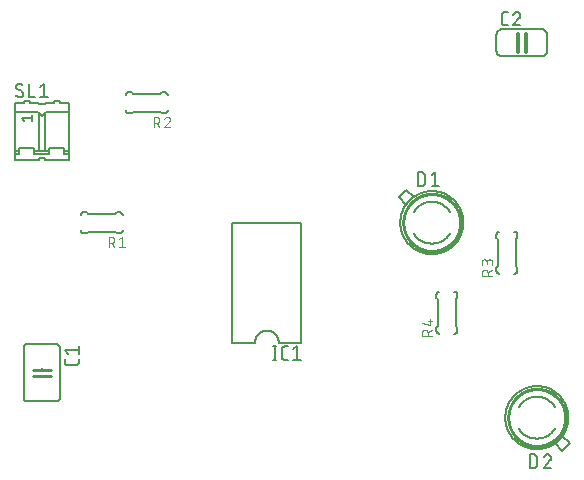
<source format=gbr>
G04 EAGLE Gerber RS-274X export*
G75*
%MOMM*%
%FSLAX34Y34*%
%LPD*%
%INSilkscreen Top*%
%IPPOS*%
%AMOC8*
5,1,8,0,0,1.08239X$1,22.5*%
G01*
%ADD10C,0.152400*%
%ADD11C,0.254000*%
%ADD12C,0.127000*%
%ADD13C,0.304800*%
%ADD14C,0.101600*%


D10*
X154940Y288290D02*
X154940Y245110D01*
X124460Y245110D02*
X124460Y288290D01*
X127000Y242570D02*
X152400Y242570D01*
X152400Y290830D02*
X127000Y290830D01*
X154940Y245110D02*
X154938Y245010D01*
X154932Y244911D01*
X154922Y244811D01*
X154909Y244713D01*
X154891Y244614D01*
X154870Y244517D01*
X154845Y244421D01*
X154816Y244325D01*
X154783Y244231D01*
X154747Y244138D01*
X154707Y244047D01*
X154663Y243957D01*
X154616Y243869D01*
X154566Y243783D01*
X154512Y243699D01*
X154455Y243617D01*
X154395Y243538D01*
X154331Y243460D01*
X154265Y243386D01*
X154196Y243314D01*
X154124Y243245D01*
X154050Y243179D01*
X153972Y243115D01*
X153893Y243055D01*
X153811Y242998D01*
X153727Y242944D01*
X153641Y242894D01*
X153553Y242847D01*
X153463Y242803D01*
X153372Y242763D01*
X153279Y242727D01*
X153185Y242694D01*
X153089Y242665D01*
X152993Y242640D01*
X152896Y242619D01*
X152797Y242601D01*
X152699Y242588D01*
X152599Y242578D01*
X152500Y242572D01*
X152400Y242570D01*
X154940Y288290D02*
X154938Y288390D01*
X154932Y288489D01*
X154922Y288589D01*
X154909Y288687D01*
X154891Y288786D01*
X154870Y288883D01*
X154845Y288979D01*
X154816Y289075D01*
X154783Y289169D01*
X154747Y289262D01*
X154707Y289353D01*
X154663Y289443D01*
X154616Y289531D01*
X154566Y289617D01*
X154512Y289701D01*
X154455Y289783D01*
X154395Y289862D01*
X154331Y289940D01*
X154265Y290014D01*
X154196Y290086D01*
X154124Y290155D01*
X154050Y290221D01*
X153972Y290285D01*
X153893Y290345D01*
X153811Y290402D01*
X153727Y290456D01*
X153641Y290506D01*
X153553Y290553D01*
X153463Y290597D01*
X153372Y290637D01*
X153279Y290673D01*
X153185Y290706D01*
X153089Y290735D01*
X152993Y290760D01*
X152896Y290781D01*
X152797Y290799D01*
X152699Y290812D01*
X152599Y290822D01*
X152500Y290828D01*
X152400Y290830D01*
X124460Y245110D02*
X124462Y245010D01*
X124468Y244911D01*
X124478Y244811D01*
X124491Y244713D01*
X124509Y244614D01*
X124530Y244517D01*
X124555Y244421D01*
X124584Y244325D01*
X124617Y244231D01*
X124653Y244138D01*
X124693Y244047D01*
X124737Y243957D01*
X124784Y243869D01*
X124834Y243783D01*
X124888Y243699D01*
X124945Y243617D01*
X125005Y243538D01*
X125069Y243460D01*
X125135Y243386D01*
X125204Y243314D01*
X125276Y243245D01*
X125350Y243179D01*
X125428Y243115D01*
X125507Y243055D01*
X125589Y242998D01*
X125673Y242944D01*
X125759Y242894D01*
X125847Y242847D01*
X125937Y242803D01*
X126028Y242763D01*
X126121Y242727D01*
X126215Y242694D01*
X126311Y242665D01*
X126407Y242640D01*
X126504Y242619D01*
X126603Y242601D01*
X126701Y242588D01*
X126801Y242578D01*
X126900Y242572D01*
X127000Y242570D01*
X124460Y288290D02*
X124462Y288390D01*
X124468Y288489D01*
X124478Y288589D01*
X124491Y288687D01*
X124509Y288786D01*
X124530Y288883D01*
X124555Y288979D01*
X124584Y289075D01*
X124617Y289169D01*
X124653Y289262D01*
X124693Y289353D01*
X124737Y289443D01*
X124784Y289531D01*
X124834Y289617D01*
X124888Y289701D01*
X124945Y289783D01*
X125005Y289862D01*
X125069Y289940D01*
X125135Y290014D01*
X125204Y290086D01*
X125276Y290155D01*
X125350Y290221D01*
X125428Y290285D01*
X125507Y290345D01*
X125589Y290402D01*
X125673Y290456D01*
X125759Y290506D01*
X125847Y290553D01*
X125937Y290597D01*
X126028Y290637D01*
X126121Y290673D01*
X126215Y290706D01*
X126311Y290735D01*
X126407Y290760D01*
X126504Y290781D01*
X126603Y290799D01*
X126701Y290812D01*
X126801Y290822D01*
X126900Y290828D01*
X127000Y290830D01*
X139700Y264160D02*
X139700Y262890D01*
D11*
X139700Y264160D02*
X147320Y264160D01*
X139700Y264160D02*
X132080Y264160D01*
X139700Y269240D02*
X147320Y269240D01*
X139700Y269240D02*
X132080Y269240D01*
D10*
X139700Y269240D02*
X139700Y270510D01*
D12*
X170815Y275553D02*
X170815Y278093D01*
X170815Y275553D02*
X170813Y275453D01*
X170807Y275354D01*
X170797Y275254D01*
X170784Y275156D01*
X170766Y275057D01*
X170745Y274960D01*
X170720Y274864D01*
X170691Y274768D01*
X170658Y274674D01*
X170622Y274581D01*
X170582Y274490D01*
X170538Y274400D01*
X170491Y274312D01*
X170441Y274226D01*
X170387Y274142D01*
X170330Y274060D01*
X170270Y273981D01*
X170206Y273903D01*
X170140Y273829D01*
X170071Y273757D01*
X169999Y273688D01*
X169925Y273622D01*
X169847Y273558D01*
X169768Y273498D01*
X169686Y273441D01*
X169602Y273387D01*
X169516Y273337D01*
X169428Y273290D01*
X169338Y273246D01*
X169247Y273206D01*
X169154Y273170D01*
X169060Y273137D01*
X168964Y273108D01*
X168868Y273083D01*
X168771Y273062D01*
X168672Y273044D01*
X168574Y273031D01*
X168474Y273021D01*
X168375Y273015D01*
X168275Y273013D01*
X161925Y273013D01*
X161825Y273015D01*
X161726Y273021D01*
X161626Y273031D01*
X161528Y273044D01*
X161429Y273062D01*
X161332Y273083D01*
X161236Y273108D01*
X161140Y273137D01*
X161046Y273170D01*
X160953Y273206D01*
X160862Y273246D01*
X160772Y273290D01*
X160684Y273337D01*
X160598Y273387D01*
X160514Y273441D01*
X160432Y273498D01*
X160353Y273558D01*
X160275Y273622D01*
X160201Y273688D01*
X160129Y273757D01*
X160060Y273829D01*
X159994Y273903D01*
X159930Y273981D01*
X159870Y274060D01*
X159813Y274142D01*
X159759Y274226D01*
X159709Y274312D01*
X159662Y274400D01*
X159618Y274490D01*
X159578Y274581D01*
X159542Y274674D01*
X159509Y274768D01*
X159480Y274864D01*
X159455Y274960D01*
X159434Y275057D01*
X159416Y275156D01*
X159403Y275254D01*
X159393Y275354D01*
X159387Y275453D01*
X159385Y275553D01*
X159385Y278093D01*
X161925Y282575D02*
X159385Y285750D01*
X170815Y285750D01*
X170815Y282575D02*
X170815Y288925D01*
D10*
X524510Y539750D02*
X524510Y552450D01*
X524512Y552590D01*
X524518Y552730D01*
X524527Y552870D01*
X524541Y553009D01*
X524558Y553148D01*
X524579Y553286D01*
X524604Y553424D01*
X524633Y553561D01*
X524665Y553697D01*
X524702Y553832D01*
X524742Y553966D01*
X524785Y554099D01*
X524833Y554231D01*
X524883Y554362D01*
X524938Y554491D01*
X524996Y554618D01*
X525057Y554744D01*
X525122Y554868D01*
X525191Y554990D01*
X525262Y555110D01*
X525337Y555228D01*
X525415Y555345D01*
X525497Y555459D01*
X525581Y555570D01*
X525669Y555679D01*
X525759Y555786D01*
X525853Y555891D01*
X525949Y555992D01*
X526048Y556091D01*
X526149Y556187D01*
X526254Y556281D01*
X526361Y556371D01*
X526470Y556459D01*
X526581Y556543D01*
X526695Y556625D01*
X526812Y556703D01*
X526930Y556778D01*
X527050Y556849D01*
X527172Y556918D01*
X527296Y556983D01*
X527422Y557044D01*
X527549Y557102D01*
X527678Y557157D01*
X527809Y557207D01*
X527941Y557255D01*
X528074Y557298D01*
X528208Y557338D01*
X528343Y557375D01*
X528479Y557407D01*
X528616Y557436D01*
X528754Y557461D01*
X528892Y557482D01*
X529031Y557499D01*
X529170Y557513D01*
X529310Y557522D01*
X529450Y557528D01*
X529590Y557530D01*
X524510Y539750D02*
X524512Y539610D01*
X524518Y539470D01*
X524527Y539330D01*
X524541Y539191D01*
X524558Y539052D01*
X524579Y538914D01*
X524604Y538776D01*
X524633Y538639D01*
X524665Y538503D01*
X524702Y538368D01*
X524742Y538234D01*
X524785Y538101D01*
X524833Y537969D01*
X524883Y537838D01*
X524938Y537709D01*
X524996Y537582D01*
X525057Y537456D01*
X525122Y537332D01*
X525191Y537210D01*
X525262Y537090D01*
X525337Y536972D01*
X525415Y536855D01*
X525497Y536741D01*
X525581Y536630D01*
X525669Y536521D01*
X525759Y536414D01*
X525853Y536309D01*
X525949Y536208D01*
X526048Y536109D01*
X526149Y536013D01*
X526254Y535919D01*
X526361Y535829D01*
X526470Y535741D01*
X526581Y535657D01*
X526695Y535575D01*
X526812Y535497D01*
X526930Y535422D01*
X527050Y535351D01*
X527172Y535282D01*
X527296Y535217D01*
X527422Y535156D01*
X527549Y535098D01*
X527678Y535043D01*
X527809Y534993D01*
X527941Y534945D01*
X528074Y534902D01*
X528208Y534862D01*
X528343Y534825D01*
X528479Y534793D01*
X528616Y534764D01*
X528754Y534739D01*
X528892Y534718D01*
X529031Y534701D01*
X529170Y534687D01*
X529310Y534678D01*
X529450Y534672D01*
X529590Y534670D01*
X529590Y557530D02*
X562610Y557530D01*
X567690Y552450D02*
X567690Y539750D01*
X562610Y534670D02*
X529590Y534670D01*
X562610Y557530D02*
X562750Y557528D01*
X562890Y557522D01*
X563030Y557513D01*
X563169Y557499D01*
X563308Y557482D01*
X563446Y557461D01*
X563584Y557436D01*
X563721Y557407D01*
X563857Y557375D01*
X563992Y557338D01*
X564126Y557298D01*
X564259Y557255D01*
X564391Y557207D01*
X564522Y557157D01*
X564651Y557102D01*
X564778Y557044D01*
X564904Y556983D01*
X565028Y556918D01*
X565150Y556849D01*
X565270Y556778D01*
X565388Y556703D01*
X565505Y556625D01*
X565619Y556543D01*
X565730Y556459D01*
X565839Y556371D01*
X565946Y556281D01*
X566051Y556187D01*
X566152Y556091D01*
X566251Y555992D01*
X566347Y555891D01*
X566441Y555786D01*
X566531Y555679D01*
X566619Y555570D01*
X566703Y555459D01*
X566785Y555345D01*
X566863Y555228D01*
X566938Y555110D01*
X567009Y554990D01*
X567078Y554868D01*
X567143Y554744D01*
X567204Y554618D01*
X567262Y554491D01*
X567317Y554362D01*
X567367Y554231D01*
X567415Y554099D01*
X567458Y553966D01*
X567498Y553832D01*
X567535Y553697D01*
X567567Y553561D01*
X567596Y553424D01*
X567621Y553286D01*
X567642Y553148D01*
X567659Y553009D01*
X567673Y552870D01*
X567682Y552730D01*
X567688Y552590D01*
X567690Y552450D01*
X567690Y539750D02*
X567688Y539610D01*
X567682Y539470D01*
X567673Y539330D01*
X567659Y539191D01*
X567642Y539052D01*
X567621Y538914D01*
X567596Y538776D01*
X567567Y538639D01*
X567535Y538503D01*
X567498Y538368D01*
X567458Y538234D01*
X567415Y538101D01*
X567367Y537969D01*
X567317Y537838D01*
X567262Y537709D01*
X567204Y537582D01*
X567143Y537456D01*
X567078Y537332D01*
X567009Y537210D01*
X566938Y537090D01*
X566863Y536972D01*
X566785Y536855D01*
X566703Y536741D01*
X566619Y536630D01*
X566531Y536521D01*
X566441Y536414D01*
X566347Y536309D01*
X566251Y536208D01*
X566152Y536109D01*
X566051Y536013D01*
X565946Y535919D01*
X565839Y535829D01*
X565730Y535741D01*
X565619Y535657D01*
X565505Y535575D01*
X565388Y535497D01*
X565270Y535422D01*
X565150Y535351D01*
X565028Y535282D01*
X564904Y535217D01*
X564778Y535156D01*
X564651Y535098D01*
X564522Y535043D01*
X564391Y534993D01*
X564259Y534945D01*
X564126Y534902D01*
X563992Y534862D01*
X563857Y534825D01*
X563721Y534793D01*
X563584Y534764D01*
X563446Y534739D01*
X563308Y534718D01*
X563169Y534701D01*
X563030Y534687D01*
X562890Y534678D01*
X562750Y534672D01*
X562610Y534670D01*
D13*
X543052Y538480D02*
X543052Y553720D01*
X549402Y553720D02*
X549402Y538480D01*
D12*
X534035Y560705D02*
X531495Y560705D01*
X531395Y560707D01*
X531296Y560713D01*
X531196Y560723D01*
X531098Y560736D01*
X530999Y560754D01*
X530902Y560775D01*
X530806Y560800D01*
X530710Y560829D01*
X530616Y560862D01*
X530523Y560898D01*
X530432Y560938D01*
X530342Y560982D01*
X530254Y561029D01*
X530168Y561079D01*
X530084Y561133D01*
X530002Y561190D01*
X529923Y561250D01*
X529845Y561314D01*
X529771Y561380D01*
X529699Y561449D01*
X529630Y561521D01*
X529564Y561595D01*
X529500Y561673D01*
X529440Y561752D01*
X529383Y561834D01*
X529329Y561918D01*
X529279Y562004D01*
X529232Y562092D01*
X529188Y562182D01*
X529148Y562273D01*
X529112Y562366D01*
X529079Y562460D01*
X529050Y562556D01*
X529025Y562652D01*
X529004Y562749D01*
X528986Y562848D01*
X528973Y562946D01*
X528963Y563046D01*
X528957Y563145D01*
X528955Y563245D01*
X528955Y569595D01*
X528957Y569695D01*
X528963Y569794D01*
X528973Y569894D01*
X528986Y569992D01*
X529004Y570091D01*
X529025Y570188D01*
X529050Y570284D01*
X529079Y570380D01*
X529112Y570474D01*
X529148Y570567D01*
X529188Y570658D01*
X529232Y570748D01*
X529279Y570836D01*
X529329Y570922D01*
X529383Y571006D01*
X529440Y571088D01*
X529500Y571167D01*
X529564Y571245D01*
X529630Y571319D01*
X529699Y571391D01*
X529771Y571460D01*
X529845Y571526D01*
X529923Y571590D01*
X530002Y571650D01*
X530084Y571707D01*
X530168Y571761D01*
X530254Y571811D01*
X530342Y571858D01*
X530432Y571902D01*
X530523Y571942D01*
X530616Y571978D01*
X530710Y572011D01*
X530806Y572040D01*
X530902Y572065D01*
X530999Y572086D01*
X531098Y572104D01*
X531196Y572117D01*
X531296Y572127D01*
X531395Y572133D01*
X531495Y572135D01*
X534035Y572135D01*
X542010Y572136D02*
X542114Y572134D01*
X542219Y572128D01*
X542323Y572119D01*
X542426Y572106D01*
X542529Y572088D01*
X542631Y572068D01*
X542733Y572043D01*
X542833Y572015D01*
X542933Y571983D01*
X543031Y571947D01*
X543128Y571908D01*
X543223Y571866D01*
X543317Y571820D01*
X543409Y571770D01*
X543499Y571718D01*
X543587Y571662D01*
X543673Y571602D01*
X543757Y571540D01*
X543838Y571475D01*
X543917Y571407D01*
X543994Y571335D01*
X544067Y571262D01*
X544139Y571185D01*
X544207Y571106D01*
X544272Y571025D01*
X544334Y570941D01*
X544394Y570855D01*
X544450Y570767D01*
X544502Y570677D01*
X544552Y570585D01*
X544598Y570491D01*
X544640Y570396D01*
X544679Y570299D01*
X544715Y570201D01*
X544747Y570101D01*
X544775Y570001D01*
X544800Y569899D01*
X544820Y569797D01*
X544838Y569694D01*
X544851Y569591D01*
X544860Y569487D01*
X544866Y569382D01*
X544868Y569278D01*
X542010Y572135D02*
X541892Y572133D01*
X541773Y572127D01*
X541655Y572118D01*
X541538Y572105D01*
X541421Y572087D01*
X541304Y572067D01*
X541188Y572042D01*
X541073Y572014D01*
X540960Y571981D01*
X540847Y571946D01*
X540735Y571906D01*
X540625Y571864D01*
X540516Y571817D01*
X540408Y571767D01*
X540303Y571714D01*
X540199Y571657D01*
X540097Y571597D01*
X539997Y571534D01*
X539899Y571467D01*
X539803Y571398D01*
X539710Y571325D01*
X539619Y571249D01*
X539530Y571171D01*
X539444Y571089D01*
X539361Y571005D01*
X539280Y570919D01*
X539203Y570829D01*
X539128Y570738D01*
X539056Y570644D01*
X538987Y570547D01*
X538922Y570449D01*
X538859Y570348D01*
X538800Y570245D01*
X538744Y570141D01*
X538692Y570035D01*
X538643Y569927D01*
X538598Y569818D01*
X538556Y569707D01*
X538518Y569595D01*
X543915Y567056D02*
X543991Y567131D01*
X544066Y567210D01*
X544137Y567291D01*
X544206Y567375D01*
X544271Y567461D01*
X544333Y567549D01*
X544393Y567639D01*
X544449Y567731D01*
X544502Y567826D01*
X544551Y567922D01*
X544597Y568020D01*
X544640Y568119D01*
X544679Y568220D01*
X544714Y568322D01*
X544746Y568425D01*
X544774Y568529D01*
X544799Y568634D01*
X544820Y568741D01*
X544837Y568847D01*
X544850Y568954D01*
X544859Y569062D01*
X544865Y569170D01*
X544867Y569278D01*
X543915Y567055D02*
X538517Y560705D01*
X544867Y560705D01*
D10*
X441960Y415290D02*
X448310Y408940D01*
X441960Y415290D02*
X448310Y421640D01*
X454660Y415290D01*
X469900Y411480D02*
X470331Y411475D01*
X470762Y411459D01*
X471192Y411433D01*
X471622Y411396D01*
X472050Y411349D01*
X472478Y411292D01*
X472903Y411224D01*
X473328Y411147D01*
X473750Y411058D01*
X474169Y410960D01*
X474587Y410851D01*
X475001Y410733D01*
X475412Y410604D01*
X475821Y410465D01*
X476225Y410317D01*
X476627Y410158D01*
X477024Y409991D01*
X477417Y409813D01*
X477805Y409626D01*
X478189Y409430D01*
X478568Y409224D01*
X478942Y409009D01*
X479310Y408786D01*
X479673Y408553D01*
X480030Y408312D01*
X480382Y408062D01*
X480727Y407803D01*
X481066Y407537D01*
X481398Y407262D01*
X481723Y406979D01*
X482042Y406689D01*
X482353Y406390D01*
X482657Y406085D01*
X482954Y405772D01*
X483243Y405452D01*
X483524Y405125D01*
X483797Y404791D01*
X484062Y404451D01*
X484318Y404104D01*
X484566Y403752D01*
X484806Y403393D01*
X485036Y403029D01*
X485258Y402659D01*
X469900Y411480D02*
X469469Y411475D01*
X469038Y411459D01*
X468608Y411433D01*
X468178Y411396D01*
X467750Y411349D01*
X467322Y411292D01*
X466897Y411224D01*
X466472Y411147D01*
X466050Y411058D01*
X465631Y410960D01*
X465213Y410851D01*
X464799Y410733D01*
X464388Y410604D01*
X463979Y410465D01*
X463575Y410317D01*
X463173Y410158D01*
X462776Y409991D01*
X462383Y409813D01*
X461995Y409626D01*
X461611Y409430D01*
X461232Y409224D01*
X460858Y409009D01*
X460490Y408786D01*
X460127Y408553D01*
X459770Y408312D01*
X459418Y408062D01*
X459073Y407803D01*
X458734Y407537D01*
X458402Y407262D01*
X458077Y406979D01*
X457758Y406689D01*
X457447Y406390D01*
X457143Y406085D01*
X456846Y405772D01*
X456557Y405452D01*
X456276Y405125D01*
X456003Y404791D01*
X455738Y404451D01*
X455482Y404104D01*
X455234Y403752D01*
X454994Y403393D01*
X454764Y403029D01*
X454542Y402659D01*
X454542Y384741D02*
X454764Y384371D01*
X454994Y384007D01*
X455234Y383648D01*
X455482Y383296D01*
X455738Y382949D01*
X456003Y382609D01*
X456276Y382275D01*
X456557Y381948D01*
X456846Y381628D01*
X457143Y381315D01*
X457447Y381010D01*
X457758Y380711D01*
X458077Y380421D01*
X458402Y380138D01*
X458734Y379863D01*
X459073Y379597D01*
X459418Y379338D01*
X459770Y379088D01*
X460127Y378847D01*
X460490Y378614D01*
X460858Y378391D01*
X461232Y378176D01*
X461611Y377970D01*
X461995Y377774D01*
X462383Y377587D01*
X462776Y377409D01*
X463173Y377242D01*
X463575Y377083D01*
X463979Y376935D01*
X464388Y376796D01*
X464799Y376667D01*
X465213Y376549D01*
X465631Y376440D01*
X466050Y376342D01*
X466472Y376253D01*
X466897Y376176D01*
X467322Y376108D01*
X467750Y376051D01*
X468178Y376004D01*
X468608Y375967D01*
X469038Y375941D01*
X469469Y375925D01*
X469900Y375920D01*
X470331Y375925D01*
X470762Y375941D01*
X471192Y375967D01*
X471622Y376004D01*
X472050Y376051D01*
X472478Y376108D01*
X472903Y376176D01*
X473328Y376253D01*
X473750Y376342D01*
X474169Y376440D01*
X474587Y376549D01*
X475001Y376667D01*
X475412Y376796D01*
X475821Y376935D01*
X476225Y377083D01*
X476627Y377242D01*
X477024Y377409D01*
X477417Y377587D01*
X477805Y377774D01*
X478189Y377970D01*
X478568Y378176D01*
X478942Y378391D01*
X479310Y378614D01*
X479673Y378847D01*
X480030Y379088D01*
X480382Y379338D01*
X480727Y379597D01*
X481066Y379863D01*
X481398Y380138D01*
X481723Y380421D01*
X482042Y380711D01*
X482353Y381010D01*
X482657Y381315D01*
X482954Y381628D01*
X483243Y381948D01*
X483524Y382275D01*
X483797Y382609D01*
X484062Y382949D01*
X484318Y383296D01*
X484566Y383648D01*
X484806Y384007D01*
X485036Y384371D01*
X485258Y384741D01*
X443230Y393700D02*
X443238Y394355D01*
X443262Y395009D01*
X443302Y395662D01*
X443358Y396314D01*
X443431Y396965D01*
X443519Y397613D01*
X443623Y398260D01*
X443742Y398903D01*
X443878Y399543D01*
X444029Y400180D01*
X444196Y400813D01*
X444378Y401442D01*
X444576Y402066D01*
X444789Y402685D01*
X445017Y403298D01*
X445260Y403906D01*
X445518Y404508D01*
X445791Y405103D01*
X446078Y405691D01*
X446379Y406272D01*
X446695Y406846D01*
X447024Y407411D01*
X447368Y407968D01*
X447725Y408517D01*
X448095Y409057D01*
X448478Y409587D01*
X448875Y410108D01*
X449284Y410619D01*
X449705Y411120D01*
X450139Y411610D01*
X450584Y412090D01*
X451041Y412559D01*
X451510Y413016D01*
X451990Y413461D01*
X452480Y413895D01*
X452981Y414316D01*
X453492Y414725D01*
X454013Y415122D01*
X454543Y415505D01*
X455083Y415875D01*
X455632Y416232D01*
X456189Y416576D01*
X456754Y416905D01*
X457328Y417221D01*
X457909Y417522D01*
X458497Y417809D01*
X459092Y418082D01*
X459694Y418340D01*
X460302Y418583D01*
X460915Y418811D01*
X461534Y419024D01*
X462158Y419222D01*
X462787Y419404D01*
X463420Y419571D01*
X464057Y419722D01*
X464697Y419858D01*
X465340Y419977D01*
X465987Y420081D01*
X466635Y420169D01*
X467286Y420242D01*
X467938Y420298D01*
X468591Y420338D01*
X469245Y420362D01*
X469900Y420370D01*
X470555Y420362D01*
X471209Y420338D01*
X471862Y420298D01*
X472514Y420242D01*
X473165Y420169D01*
X473813Y420081D01*
X474460Y419977D01*
X475103Y419858D01*
X475743Y419722D01*
X476380Y419571D01*
X477013Y419404D01*
X477642Y419222D01*
X478266Y419024D01*
X478885Y418811D01*
X479498Y418583D01*
X480106Y418340D01*
X480708Y418082D01*
X481303Y417809D01*
X481891Y417522D01*
X482472Y417221D01*
X483046Y416905D01*
X483611Y416576D01*
X484168Y416232D01*
X484717Y415875D01*
X485257Y415505D01*
X485787Y415122D01*
X486308Y414725D01*
X486819Y414316D01*
X487320Y413895D01*
X487810Y413461D01*
X488290Y413016D01*
X488759Y412559D01*
X489216Y412090D01*
X489661Y411610D01*
X490095Y411120D01*
X490516Y410619D01*
X490925Y410108D01*
X491322Y409587D01*
X491705Y409057D01*
X492075Y408517D01*
X492432Y407968D01*
X492776Y407411D01*
X493105Y406846D01*
X493421Y406272D01*
X493722Y405691D01*
X494009Y405103D01*
X494282Y404508D01*
X494540Y403906D01*
X494783Y403298D01*
X495011Y402685D01*
X495224Y402066D01*
X495422Y401442D01*
X495604Y400813D01*
X495771Y400180D01*
X495922Y399543D01*
X496058Y398903D01*
X496177Y398260D01*
X496281Y397613D01*
X496369Y396965D01*
X496442Y396314D01*
X496498Y395662D01*
X496538Y395009D01*
X496562Y394355D01*
X496570Y393700D01*
X496562Y393045D01*
X496538Y392391D01*
X496498Y391738D01*
X496442Y391086D01*
X496369Y390435D01*
X496281Y389787D01*
X496177Y389140D01*
X496058Y388497D01*
X495922Y387857D01*
X495771Y387220D01*
X495604Y386587D01*
X495422Y385958D01*
X495224Y385334D01*
X495011Y384715D01*
X494783Y384102D01*
X494540Y383494D01*
X494282Y382892D01*
X494009Y382297D01*
X493722Y381709D01*
X493421Y381128D01*
X493105Y380554D01*
X492776Y379989D01*
X492432Y379432D01*
X492075Y378883D01*
X491705Y378343D01*
X491322Y377813D01*
X490925Y377292D01*
X490516Y376781D01*
X490095Y376280D01*
X489661Y375790D01*
X489216Y375310D01*
X488759Y374841D01*
X488290Y374384D01*
X487810Y373939D01*
X487320Y373505D01*
X486819Y373084D01*
X486308Y372675D01*
X485787Y372278D01*
X485257Y371895D01*
X484717Y371525D01*
X484168Y371168D01*
X483611Y370824D01*
X483046Y370495D01*
X482472Y370179D01*
X481891Y369878D01*
X481303Y369591D01*
X480708Y369318D01*
X480106Y369060D01*
X479498Y368817D01*
X478885Y368589D01*
X478266Y368376D01*
X477642Y368178D01*
X477013Y367996D01*
X476380Y367829D01*
X475743Y367678D01*
X475103Y367542D01*
X474460Y367423D01*
X473813Y367319D01*
X473165Y367231D01*
X472514Y367158D01*
X471862Y367102D01*
X471209Y367062D01*
X470555Y367038D01*
X469900Y367030D01*
X469245Y367038D01*
X468591Y367062D01*
X467938Y367102D01*
X467286Y367158D01*
X466635Y367231D01*
X465987Y367319D01*
X465340Y367423D01*
X464697Y367542D01*
X464057Y367678D01*
X463420Y367829D01*
X462787Y367996D01*
X462158Y368178D01*
X461534Y368376D01*
X460915Y368589D01*
X460302Y368817D01*
X459694Y369060D01*
X459092Y369318D01*
X458497Y369591D01*
X457909Y369878D01*
X457328Y370179D01*
X456754Y370495D01*
X456189Y370824D01*
X455632Y371168D01*
X455083Y371525D01*
X454543Y371895D01*
X454013Y372278D01*
X453492Y372675D01*
X452981Y373084D01*
X452480Y373505D01*
X451990Y373939D01*
X451510Y374384D01*
X451041Y374841D01*
X450584Y375310D01*
X450139Y375790D01*
X449705Y376280D01*
X449284Y376781D01*
X448875Y377292D01*
X448478Y377813D01*
X448095Y378343D01*
X447725Y378883D01*
X447368Y379432D01*
X447024Y379989D01*
X446695Y380554D01*
X446379Y381128D01*
X446078Y381709D01*
X445791Y382297D01*
X445518Y382892D01*
X445260Y383494D01*
X445017Y384102D01*
X444789Y384715D01*
X444576Y385334D01*
X444378Y385958D01*
X444196Y386587D01*
X444029Y387220D01*
X443878Y387857D01*
X443742Y388497D01*
X443623Y389140D01*
X443519Y389787D01*
X443431Y390435D01*
X443358Y391086D01*
X443302Y391738D01*
X443262Y392391D01*
X443238Y393045D01*
X443230Y393700D01*
D11*
X445770Y393700D02*
X445777Y394292D01*
X445799Y394884D01*
X445835Y395475D01*
X445886Y396065D01*
X445951Y396654D01*
X446031Y397241D01*
X446125Y397825D01*
X446234Y398408D01*
X446356Y398987D01*
X446493Y399563D01*
X446644Y400136D01*
X446809Y400705D01*
X446988Y401269D01*
X447181Y401829D01*
X447387Y402384D01*
X447607Y402934D01*
X447840Y403478D01*
X448087Y404017D01*
X448346Y404549D01*
X448619Y405075D01*
X448905Y405594D01*
X449203Y406105D01*
X449514Y406609D01*
X449837Y407106D01*
X450172Y407594D01*
X450519Y408074D01*
X450877Y408546D01*
X451247Y409008D01*
X451629Y409461D01*
X452021Y409905D01*
X452424Y410339D01*
X452838Y410762D01*
X453261Y411176D01*
X453695Y411579D01*
X454139Y411971D01*
X454592Y412353D01*
X455054Y412723D01*
X455526Y413081D01*
X456006Y413428D01*
X456494Y413763D01*
X456991Y414086D01*
X457495Y414397D01*
X458006Y414695D01*
X458525Y414981D01*
X459051Y415254D01*
X459583Y415513D01*
X460122Y415760D01*
X460666Y415993D01*
X461216Y416213D01*
X461771Y416419D01*
X462331Y416612D01*
X462895Y416791D01*
X463464Y416956D01*
X464037Y417107D01*
X464613Y417244D01*
X465192Y417366D01*
X465775Y417475D01*
X466359Y417569D01*
X466946Y417649D01*
X467535Y417714D01*
X468125Y417765D01*
X468716Y417801D01*
X469308Y417823D01*
X469900Y417830D01*
X470492Y417823D01*
X471084Y417801D01*
X471675Y417765D01*
X472265Y417714D01*
X472854Y417649D01*
X473441Y417569D01*
X474025Y417475D01*
X474608Y417366D01*
X475187Y417244D01*
X475763Y417107D01*
X476336Y416956D01*
X476905Y416791D01*
X477469Y416612D01*
X478029Y416419D01*
X478584Y416213D01*
X479134Y415993D01*
X479678Y415760D01*
X480217Y415513D01*
X480749Y415254D01*
X481275Y414981D01*
X481794Y414695D01*
X482305Y414397D01*
X482809Y414086D01*
X483306Y413763D01*
X483794Y413428D01*
X484274Y413081D01*
X484746Y412723D01*
X485208Y412353D01*
X485661Y411971D01*
X486105Y411579D01*
X486539Y411176D01*
X486962Y410762D01*
X487376Y410339D01*
X487779Y409905D01*
X488171Y409461D01*
X488553Y409008D01*
X488923Y408546D01*
X489281Y408074D01*
X489628Y407594D01*
X489963Y407106D01*
X490286Y406609D01*
X490597Y406105D01*
X490895Y405594D01*
X491181Y405075D01*
X491454Y404549D01*
X491713Y404017D01*
X491960Y403478D01*
X492193Y402934D01*
X492413Y402384D01*
X492619Y401829D01*
X492812Y401269D01*
X492991Y400705D01*
X493156Y400136D01*
X493307Y399563D01*
X493444Y398987D01*
X493566Y398408D01*
X493675Y397825D01*
X493769Y397241D01*
X493849Y396654D01*
X493914Y396065D01*
X493965Y395475D01*
X494001Y394884D01*
X494023Y394292D01*
X494030Y393700D01*
X494023Y393108D01*
X494001Y392516D01*
X493965Y391925D01*
X493914Y391335D01*
X493849Y390746D01*
X493769Y390159D01*
X493675Y389575D01*
X493566Y388992D01*
X493444Y388413D01*
X493307Y387837D01*
X493156Y387264D01*
X492991Y386695D01*
X492812Y386131D01*
X492619Y385571D01*
X492413Y385016D01*
X492193Y384466D01*
X491960Y383922D01*
X491713Y383383D01*
X491454Y382851D01*
X491181Y382325D01*
X490895Y381806D01*
X490597Y381295D01*
X490286Y380791D01*
X489963Y380294D01*
X489628Y379806D01*
X489281Y379326D01*
X488923Y378854D01*
X488553Y378392D01*
X488171Y377939D01*
X487779Y377495D01*
X487376Y377061D01*
X486962Y376638D01*
X486539Y376224D01*
X486105Y375821D01*
X485661Y375429D01*
X485208Y375047D01*
X484746Y374677D01*
X484274Y374319D01*
X483794Y373972D01*
X483306Y373637D01*
X482809Y373314D01*
X482305Y373003D01*
X481794Y372705D01*
X481275Y372419D01*
X480749Y372146D01*
X480217Y371887D01*
X479678Y371640D01*
X479134Y371407D01*
X478584Y371187D01*
X478029Y370981D01*
X477469Y370788D01*
X476905Y370609D01*
X476336Y370444D01*
X475763Y370293D01*
X475187Y370156D01*
X474608Y370034D01*
X474025Y369925D01*
X473441Y369831D01*
X472854Y369751D01*
X472265Y369686D01*
X471675Y369635D01*
X471084Y369599D01*
X470492Y369577D01*
X469900Y369570D01*
X469308Y369577D01*
X468716Y369599D01*
X468125Y369635D01*
X467535Y369686D01*
X466946Y369751D01*
X466359Y369831D01*
X465775Y369925D01*
X465192Y370034D01*
X464613Y370156D01*
X464037Y370293D01*
X463464Y370444D01*
X462895Y370609D01*
X462331Y370788D01*
X461771Y370981D01*
X461216Y371187D01*
X460666Y371407D01*
X460122Y371640D01*
X459583Y371887D01*
X459051Y372146D01*
X458525Y372419D01*
X458006Y372705D01*
X457495Y373003D01*
X456991Y373314D01*
X456494Y373637D01*
X456006Y373972D01*
X455526Y374319D01*
X455054Y374677D01*
X454592Y375047D01*
X454139Y375429D01*
X453695Y375821D01*
X453261Y376224D01*
X452838Y376638D01*
X452424Y377061D01*
X452021Y377495D01*
X451629Y377939D01*
X451247Y378392D01*
X450877Y378854D01*
X450519Y379326D01*
X450172Y379806D01*
X449837Y380294D01*
X449514Y380791D01*
X449203Y381295D01*
X448905Y381806D01*
X448619Y382325D01*
X448346Y382851D01*
X448087Y383383D01*
X447840Y383922D01*
X447607Y384466D01*
X447387Y385016D01*
X447181Y385571D01*
X446988Y386131D01*
X446809Y386695D01*
X446644Y387264D01*
X446493Y387837D01*
X446356Y388413D01*
X446234Y388992D01*
X446125Y389575D01*
X446031Y390159D01*
X445951Y390746D01*
X445886Y391335D01*
X445835Y391925D01*
X445799Y392516D01*
X445777Y393108D01*
X445770Y393700D01*
D12*
X457835Y424815D02*
X457835Y436245D01*
X461010Y436245D01*
X461121Y436243D01*
X461231Y436237D01*
X461342Y436228D01*
X461452Y436214D01*
X461561Y436197D01*
X461670Y436176D01*
X461778Y436151D01*
X461885Y436122D01*
X461991Y436090D01*
X462096Y436054D01*
X462199Y436014D01*
X462301Y435971D01*
X462402Y435924D01*
X462501Y435873D01*
X462598Y435820D01*
X462692Y435763D01*
X462785Y435702D01*
X462876Y435639D01*
X462965Y435572D01*
X463051Y435502D01*
X463134Y435429D01*
X463216Y435354D01*
X463294Y435276D01*
X463369Y435194D01*
X463442Y435111D01*
X463512Y435025D01*
X463579Y434936D01*
X463642Y434845D01*
X463703Y434752D01*
X463760Y434658D01*
X463813Y434561D01*
X463864Y434462D01*
X463911Y434361D01*
X463954Y434259D01*
X463994Y434156D01*
X464030Y434051D01*
X464062Y433945D01*
X464091Y433838D01*
X464116Y433730D01*
X464137Y433621D01*
X464154Y433512D01*
X464168Y433402D01*
X464177Y433291D01*
X464183Y433181D01*
X464185Y433070D01*
X464185Y427990D01*
X464183Y427879D01*
X464177Y427769D01*
X464168Y427658D01*
X464154Y427548D01*
X464137Y427439D01*
X464116Y427330D01*
X464091Y427222D01*
X464062Y427115D01*
X464030Y427009D01*
X463994Y426904D01*
X463954Y426801D01*
X463911Y426699D01*
X463864Y426598D01*
X463813Y426499D01*
X463760Y426402D01*
X463703Y426308D01*
X463642Y426215D01*
X463579Y426124D01*
X463512Y426035D01*
X463442Y425949D01*
X463369Y425866D01*
X463294Y425784D01*
X463216Y425706D01*
X463134Y425631D01*
X463051Y425558D01*
X462965Y425488D01*
X462876Y425421D01*
X462785Y425358D01*
X462692Y425297D01*
X462598Y425240D01*
X462501Y425187D01*
X462402Y425136D01*
X462301Y425089D01*
X462199Y425046D01*
X462096Y425006D01*
X461991Y424970D01*
X461885Y424938D01*
X461778Y424909D01*
X461670Y424884D01*
X461561Y424863D01*
X461452Y424846D01*
X461342Y424832D01*
X461231Y424823D01*
X461121Y424817D01*
X461010Y424815D01*
X457835Y424815D01*
X469646Y433705D02*
X472821Y436245D01*
X472821Y424815D01*
X469646Y424815D02*
X475996Y424815D01*
D10*
X580390Y213360D02*
X586740Y207010D01*
X580390Y200660D01*
X574040Y207010D01*
X558800Y210820D02*
X558369Y210825D01*
X557938Y210841D01*
X557508Y210867D01*
X557078Y210904D01*
X556650Y210951D01*
X556222Y211008D01*
X555797Y211076D01*
X555372Y211153D01*
X554950Y211242D01*
X554531Y211340D01*
X554113Y211449D01*
X553699Y211567D01*
X553288Y211696D01*
X552879Y211835D01*
X552475Y211983D01*
X552073Y212142D01*
X551676Y212309D01*
X551283Y212487D01*
X550895Y212674D01*
X550511Y212870D01*
X550132Y213076D01*
X549758Y213291D01*
X549390Y213514D01*
X549027Y213747D01*
X548670Y213988D01*
X548318Y214238D01*
X547973Y214497D01*
X547634Y214763D01*
X547302Y215038D01*
X546977Y215321D01*
X546658Y215611D01*
X546347Y215910D01*
X546043Y216215D01*
X545746Y216528D01*
X545457Y216848D01*
X545176Y217175D01*
X544903Y217509D01*
X544638Y217849D01*
X544382Y218196D01*
X544134Y218548D01*
X543894Y218907D01*
X543664Y219271D01*
X543442Y219641D01*
X558800Y210820D02*
X559231Y210825D01*
X559662Y210841D01*
X560092Y210867D01*
X560522Y210904D01*
X560950Y210951D01*
X561378Y211008D01*
X561803Y211076D01*
X562228Y211153D01*
X562650Y211242D01*
X563069Y211340D01*
X563487Y211449D01*
X563901Y211567D01*
X564312Y211696D01*
X564721Y211835D01*
X565125Y211983D01*
X565527Y212142D01*
X565924Y212309D01*
X566317Y212487D01*
X566705Y212674D01*
X567089Y212870D01*
X567468Y213076D01*
X567842Y213291D01*
X568210Y213514D01*
X568573Y213747D01*
X568930Y213988D01*
X569282Y214238D01*
X569627Y214497D01*
X569966Y214763D01*
X570298Y215038D01*
X570623Y215321D01*
X570942Y215611D01*
X571253Y215910D01*
X571557Y216215D01*
X571854Y216528D01*
X572143Y216848D01*
X572424Y217175D01*
X572697Y217509D01*
X572962Y217849D01*
X573218Y218196D01*
X573466Y218548D01*
X573706Y218907D01*
X573936Y219271D01*
X574158Y219641D01*
X574158Y237559D02*
X573936Y237929D01*
X573706Y238293D01*
X573466Y238652D01*
X573218Y239004D01*
X572962Y239351D01*
X572697Y239691D01*
X572424Y240025D01*
X572143Y240352D01*
X571854Y240672D01*
X571557Y240985D01*
X571253Y241290D01*
X570942Y241589D01*
X570623Y241879D01*
X570298Y242162D01*
X569966Y242437D01*
X569627Y242703D01*
X569282Y242962D01*
X568930Y243212D01*
X568573Y243453D01*
X568210Y243686D01*
X567842Y243909D01*
X567468Y244124D01*
X567089Y244330D01*
X566705Y244526D01*
X566317Y244713D01*
X565924Y244891D01*
X565527Y245058D01*
X565125Y245217D01*
X564721Y245365D01*
X564312Y245504D01*
X563901Y245633D01*
X563487Y245751D01*
X563069Y245860D01*
X562650Y245958D01*
X562228Y246047D01*
X561803Y246124D01*
X561378Y246192D01*
X560950Y246249D01*
X560522Y246296D01*
X560092Y246333D01*
X559662Y246359D01*
X559231Y246375D01*
X558800Y246380D01*
X558369Y246375D01*
X557938Y246359D01*
X557508Y246333D01*
X557078Y246296D01*
X556650Y246249D01*
X556222Y246192D01*
X555797Y246124D01*
X555372Y246047D01*
X554950Y245958D01*
X554531Y245860D01*
X554113Y245751D01*
X553699Y245633D01*
X553288Y245504D01*
X552879Y245365D01*
X552475Y245217D01*
X552073Y245058D01*
X551676Y244891D01*
X551283Y244713D01*
X550895Y244526D01*
X550511Y244330D01*
X550132Y244124D01*
X549758Y243909D01*
X549390Y243686D01*
X549027Y243453D01*
X548670Y243212D01*
X548318Y242962D01*
X547973Y242703D01*
X547634Y242437D01*
X547302Y242162D01*
X546977Y241879D01*
X546658Y241589D01*
X546347Y241290D01*
X546043Y240985D01*
X545746Y240672D01*
X545457Y240352D01*
X545176Y240025D01*
X544903Y239691D01*
X544638Y239351D01*
X544382Y239004D01*
X544134Y238652D01*
X543894Y238293D01*
X543664Y237929D01*
X543442Y237559D01*
X532130Y228600D02*
X532138Y229255D01*
X532162Y229909D01*
X532202Y230562D01*
X532258Y231214D01*
X532331Y231865D01*
X532419Y232513D01*
X532523Y233160D01*
X532642Y233803D01*
X532778Y234443D01*
X532929Y235080D01*
X533096Y235713D01*
X533278Y236342D01*
X533476Y236966D01*
X533689Y237585D01*
X533917Y238198D01*
X534160Y238806D01*
X534418Y239408D01*
X534691Y240003D01*
X534978Y240591D01*
X535279Y241172D01*
X535595Y241746D01*
X535924Y242311D01*
X536268Y242868D01*
X536625Y243417D01*
X536995Y243957D01*
X537378Y244487D01*
X537775Y245008D01*
X538184Y245519D01*
X538605Y246020D01*
X539039Y246510D01*
X539484Y246990D01*
X539941Y247459D01*
X540410Y247916D01*
X540890Y248361D01*
X541380Y248795D01*
X541881Y249216D01*
X542392Y249625D01*
X542913Y250022D01*
X543443Y250405D01*
X543983Y250775D01*
X544532Y251132D01*
X545089Y251476D01*
X545654Y251805D01*
X546228Y252121D01*
X546809Y252422D01*
X547397Y252709D01*
X547992Y252982D01*
X548594Y253240D01*
X549202Y253483D01*
X549815Y253711D01*
X550434Y253924D01*
X551058Y254122D01*
X551687Y254304D01*
X552320Y254471D01*
X552957Y254622D01*
X553597Y254758D01*
X554240Y254877D01*
X554887Y254981D01*
X555535Y255069D01*
X556186Y255142D01*
X556838Y255198D01*
X557491Y255238D01*
X558145Y255262D01*
X558800Y255270D01*
X559455Y255262D01*
X560109Y255238D01*
X560762Y255198D01*
X561414Y255142D01*
X562065Y255069D01*
X562713Y254981D01*
X563360Y254877D01*
X564003Y254758D01*
X564643Y254622D01*
X565280Y254471D01*
X565913Y254304D01*
X566542Y254122D01*
X567166Y253924D01*
X567785Y253711D01*
X568398Y253483D01*
X569006Y253240D01*
X569608Y252982D01*
X570203Y252709D01*
X570791Y252422D01*
X571372Y252121D01*
X571946Y251805D01*
X572511Y251476D01*
X573068Y251132D01*
X573617Y250775D01*
X574157Y250405D01*
X574687Y250022D01*
X575208Y249625D01*
X575719Y249216D01*
X576220Y248795D01*
X576710Y248361D01*
X577190Y247916D01*
X577659Y247459D01*
X578116Y246990D01*
X578561Y246510D01*
X578995Y246020D01*
X579416Y245519D01*
X579825Y245008D01*
X580222Y244487D01*
X580605Y243957D01*
X580975Y243417D01*
X581332Y242868D01*
X581676Y242311D01*
X582005Y241746D01*
X582321Y241172D01*
X582622Y240591D01*
X582909Y240003D01*
X583182Y239408D01*
X583440Y238806D01*
X583683Y238198D01*
X583911Y237585D01*
X584124Y236966D01*
X584322Y236342D01*
X584504Y235713D01*
X584671Y235080D01*
X584822Y234443D01*
X584958Y233803D01*
X585077Y233160D01*
X585181Y232513D01*
X585269Y231865D01*
X585342Y231214D01*
X585398Y230562D01*
X585438Y229909D01*
X585462Y229255D01*
X585470Y228600D01*
X585462Y227945D01*
X585438Y227291D01*
X585398Y226638D01*
X585342Y225986D01*
X585269Y225335D01*
X585181Y224687D01*
X585077Y224040D01*
X584958Y223397D01*
X584822Y222757D01*
X584671Y222120D01*
X584504Y221487D01*
X584322Y220858D01*
X584124Y220234D01*
X583911Y219615D01*
X583683Y219002D01*
X583440Y218394D01*
X583182Y217792D01*
X582909Y217197D01*
X582622Y216609D01*
X582321Y216028D01*
X582005Y215454D01*
X581676Y214889D01*
X581332Y214332D01*
X580975Y213783D01*
X580605Y213243D01*
X580222Y212713D01*
X579825Y212192D01*
X579416Y211681D01*
X578995Y211180D01*
X578561Y210690D01*
X578116Y210210D01*
X577659Y209741D01*
X577190Y209284D01*
X576710Y208839D01*
X576220Y208405D01*
X575719Y207984D01*
X575208Y207575D01*
X574687Y207178D01*
X574157Y206795D01*
X573617Y206425D01*
X573068Y206068D01*
X572511Y205724D01*
X571946Y205395D01*
X571372Y205079D01*
X570791Y204778D01*
X570203Y204491D01*
X569608Y204218D01*
X569006Y203960D01*
X568398Y203717D01*
X567785Y203489D01*
X567166Y203276D01*
X566542Y203078D01*
X565913Y202896D01*
X565280Y202729D01*
X564643Y202578D01*
X564003Y202442D01*
X563360Y202323D01*
X562713Y202219D01*
X562065Y202131D01*
X561414Y202058D01*
X560762Y202002D01*
X560109Y201962D01*
X559455Y201938D01*
X558800Y201930D01*
X558145Y201938D01*
X557491Y201962D01*
X556838Y202002D01*
X556186Y202058D01*
X555535Y202131D01*
X554887Y202219D01*
X554240Y202323D01*
X553597Y202442D01*
X552957Y202578D01*
X552320Y202729D01*
X551687Y202896D01*
X551058Y203078D01*
X550434Y203276D01*
X549815Y203489D01*
X549202Y203717D01*
X548594Y203960D01*
X547992Y204218D01*
X547397Y204491D01*
X546809Y204778D01*
X546228Y205079D01*
X545654Y205395D01*
X545089Y205724D01*
X544532Y206068D01*
X543983Y206425D01*
X543443Y206795D01*
X542913Y207178D01*
X542392Y207575D01*
X541881Y207984D01*
X541380Y208405D01*
X540890Y208839D01*
X540410Y209284D01*
X539941Y209741D01*
X539484Y210210D01*
X539039Y210690D01*
X538605Y211180D01*
X538184Y211681D01*
X537775Y212192D01*
X537378Y212713D01*
X536995Y213243D01*
X536625Y213783D01*
X536268Y214332D01*
X535924Y214889D01*
X535595Y215454D01*
X535279Y216028D01*
X534978Y216609D01*
X534691Y217197D01*
X534418Y217792D01*
X534160Y218394D01*
X533917Y219002D01*
X533689Y219615D01*
X533476Y220234D01*
X533278Y220858D01*
X533096Y221487D01*
X532929Y222120D01*
X532778Y222757D01*
X532642Y223397D01*
X532523Y224040D01*
X532419Y224687D01*
X532331Y225335D01*
X532258Y225986D01*
X532202Y226638D01*
X532162Y227291D01*
X532138Y227945D01*
X532130Y228600D01*
D11*
X534670Y228600D02*
X534677Y229192D01*
X534699Y229784D01*
X534735Y230375D01*
X534786Y230965D01*
X534851Y231554D01*
X534931Y232141D01*
X535025Y232725D01*
X535134Y233308D01*
X535256Y233887D01*
X535393Y234463D01*
X535544Y235036D01*
X535709Y235605D01*
X535888Y236169D01*
X536081Y236729D01*
X536287Y237284D01*
X536507Y237834D01*
X536740Y238378D01*
X536987Y238917D01*
X537246Y239449D01*
X537519Y239975D01*
X537805Y240494D01*
X538103Y241005D01*
X538414Y241509D01*
X538737Y242006D01*
X539072Y242494D01*
X539419Y242974D01*
X539777Y243446D01*
X540147Y243908D01*
X540529Y244361D01*
X540921Y244805D01*
X541324Y245239D01*
X541738Y245662D01*
X542161Y246076D01*
X542595Y246479D01*
X543039Y246871D01*
X543492Y247253D01*
X543954Y247623D01*
X544426Y247981D01*
X544906Y248328D01*
X545394Y248663D01*
X545891Y248986D01*
X546395Y249297D01*
X546906Y249595D01*
X547425Y249881D01*
X547951Y250154D01*
X548483Y250413D01*
X549022Y250660D01*
X549566Y250893D01*
X550116Y251113D01*
X550671Y251319D01*
X551231Y251512D01*
X551795Y251691D01*
X552364Y251856D01*
X552937Y252007D01*
X553513Y252144D01*
X554092Y252266D01*
X554675Y252375D01*
X555259Y252469D01*
X555846Y252549D01*
X556435Y252614D01*
X557025Y252665D01*
X557616Y252701D01*
X558208Y252723D01*
X558800Y252730D01*
X559392Y252723D01*
X559984Y252701D01*
X560575Y252665D01*
X561165Y252614D01*
X561754Y252549D01*
X562341Y252469D01*
X562925Y252375D01*
X563508Y252266D01*
X564087Y252144D01*
X564663Y252007D01*
X565236Y251856D01*
X565805Y251691D01*
X566369Y251512D01*
X566929Y251319D01*
X567484Y251113D01*
X568034Y250893D01*
X568578Y250660D01*
X569117Y250413D01*
X569649Y250154D01*
X570175Y249881D01*
X570694Y249595D01*
X571205Y249297D01*
X571709Y248986D01*
X572206Y248663D01*
X572694Y248328D01*
X573174Y247981D01*
X573646Y247623D01*
X574108Y247253D01*
X574561Y246871D01*
X575005Y246479D01*
X575439Y246076D01*
X575862Y245662D01*
X576276Y245239D01*
X576679Y244805D01*
X577071Y244361D01*
X577453Y243908D01*
X577823Y243446D01*
X578181Y242974D01*
X578528Y242494D01*
X578863Y242006D01*
X579186Y241509D01*
X579497Y241005D01*
X579795Y240494D01*
X580081Y239975D01*
X580354Y239449D01*
X580613Y238917D01*
X580860Y238378D01*
X581093Y237834D01*
X581313Y237284D01*
X581519Y236729D01*
X581712Y236169D01*
X581891Y235605D01*
X582056Y235036D01*
X582207Y234463D01*
X582344Y233887D01*
X582466Y233308D01*
X582575Y232725D01*
X582669Y232141D01*
X582749Y231554D01*
X582814Y230965D01*
X582865Y230375D01*
X582901Y229784D01*
X582923Y229192D01*
X582930Y228600D01*
X582923Y228008D01*
X582901Y227416D01*
X582865Y226825D01*
X582814Y226235D01*
X582749Y225646D01*
X582669Y225059D01*
X582575Y224475D01*
X582466Y223892D01*
X582344Y223313D01*
X582207Y222737D01*
X582056Y222164D01*
X581891Y221595D01*
X581712Y221031D01*
X581519Y220471D01*
X581313Y219916D01*
X581093Y219366D01*
X580860Y218822D01*
X580613Y218283D01*
X580354Y217751D01*
X580081Y217225D01*
X579795Y216706D01*
X579497Y216195D01*
X579186Y215691D01*
X578863Y215194D01*
X578528Y214706D01*
X578181Y214226D01*
X577823Y213754D01*
X577453Y213292D01*
X577071Y212839D01*
X576679Y212395D01*
X576276Y211961D01*
X575862Y211538D01*
X575439Y211124D01*
X575005Y210721D01*
X574561Y210329D01*
X574108Y209947D01*
X573646Y209577D01*
X573174Y209219D01*
X572694Y208872D01*
X572206Y208537D01*
X571709Y208214D01*
X571205Y207903D01*
X570694Y207605D01*
X570175Y207319D01*
X569649Y207046D01*
X569117Y206787D01*
X568578Y206540D01*
X568034Y206307D01*
X567484Y206087D01*
X566929Y205881D01*
X566369Y205688D01*
X565805Y205509D01*
X565236Y205344D01*
X564663Y205193D01*
X564087Y205056D01*
X563508Y204934D01*
X562925Y204825D01*
X562341Y204731D01*
X561754Y204651D01*
X561165Y204586D01*
X560575Y204535D01*
X559984Y204499D01*
X559392Y204477D01*
X558800Y204470D01*
X558208Y204477D01*
X557616Y204499D01*
X557025Y204535D01*
X556435Y204586D01*
X555846Y204651D01*
X555259Y204731D01*
X554675Y204825D01*
X554092Y204934D01*
X553513Y205056D01*
X552937Y205193D01*
X552364Y205344D01*
X551795Y205509D01*
X551231Y205688D01*
X550671Y205881D01*
X550116Y206087D01*
X549566Y206307D01*
X549022Y206540D01*
X548483Y206787D01*
X547951Y207046D01*
X547425Y207319D01*
X546906Y207605D01*
X546395Y207903D01*
X545891Y208214D01*
X545394Y208537D01*
X544906Y208872D01*
X544426Y209219D01*
X543954Y209577D01*
X543492Y209947D01*
X543039Y210329D01*
X542595Y210721D01*
X542161Y211124D01*
X541738Y211538D01*
X541324Y211961D01*
X540921Y212395D01*
X540529Y212839D01*
X540147Y213292D01*
X539777Y213754D01*
X539419Y214226D01*
X539072Y214706D01*
X538737Y215194D01*
X538414Y215691D01*
X538103Y216195D01*
X537805Y216706D01*
X537519Y217225D01*
X537246Y217751D01*
X536987Y218283D01*
X536740Y218822D01*
X536507Y219366D01*
X536287Y219916D01*
X536081Y220471D01*
X535888Y221031D01*
X535709Y221595D01*
X535544Y222164D01*
X535393Y222737D01*
X535256Y223313D01*
X535134Y223892D01*
X535025Y224475D01*
X534931Y225059D01*
X534851Y225646D01*
X534786Y226235D01*
X534735Y226825D01*
X534699Y227416D01*
X534677Y228008D01*
X534670Y228600D01*
D12*
X552704Y197485D02*
X552704Y186055D01*
X552704Y197485D02*
X555879Y197485D01*
X555990Y197483D01*
X556100Y197477D01*
X556211Y197468D01*
X556321Y197454D01*
X556430Y197437D01*
X556539Y197416D01*
X556647Y197391D01*
X556754Y197362D01*
X556860Y197330D01*
X556965Y197294D01*
X557068Y197254D01*
X557170Y197211D01*
X557271Y197164D01*
X557370Y197113D01*
X557467Y197060D01*
X557561Y197003D01*
X557654Y196942D01*
X557745Y196879D01*
X557834Y196812D01*
X557920Y196742D01*
X558003Y196669D01*
X558085Y196594D01*
X558163Y196516D01*
X558238Y196434D01*
X558311Y196351D01*
X558381Y196265D01*
X558448Y196176D01*
X558511Y196085D01*
X558572Y195992D01*
X558629Y195898D01*
X558682Y195801D01*
X558733Y195702D01*
X558780Y195601D01*
X558823Y195499D01*
X558863Y195396D01*
X558899Y195291D01*
X558931Y195185D01*
X558960Y195078D01*
X558985Y194970D01*
X559006Y194861D01*
X559023Y194752D01*
X559037Y194642D01*
X559046Y194531D01*
X559052Y194421D01*
X559054Y194310D01*
X559054Y189230D01*
X559052Y189119D01*
X559046Y189009D01*
X559037Y188898D01*
X559023Y188788D01*
X559006Y188679D01*
X558985Y188570D01*
X558960Y188462D01*
X558931Y188355D01*
X558899Y188249D01*
X558863Y188144D01*
X558823Y188041D01*
X558780Y187939D01*
X558733Y187838D01*
X558682Y187739D01*
X558629Y187642D01*
X558572Y187548D01*
X558511Y187455D01*
X558448Y187364D01*
X558381Y187275D01*
X558311Y187189D01*
X558238Y187106D01*
X558163Y187024D01*
X558085Y186946D01*
X558003Y186871D01*
X557920Y186798D01*
X557834Y186728D01*
X557745Y186661D01*
X557654Y186598D01*
X557561Y186537D01*
X557467Y186480D01*
X557370Y186427D01*
X557271Y186376D01*
X557170Y186329D01*
X557068Y186286D01*
X556965Y186246D01*
X556860Y186210D01*
X556754Y186178D01*
X556647Y186149D01*
X556539Y186124D01*
X556430Y186103D01*
X556321Y186086D01*
X556211Y186072D01*
X556100Y186063D01*
X555990Y186057D01*
X555879Y186055D01*
X552704Y186055D01*
X568008Y197486D02*
X568112Y197484D01*
X568217Y197478D01*
X568321Y197469D01*
X568424Y197456D01*
X568527Y197438D01*
X568629Y197418D01*
X568731Y197393D01*
X568831Y197365D01*
X568931Y197333D01*
X569029Y197297D01*
X569126Y197258D01*
X569221Y197216D01*
X569315Y197170D01*
X569407Y197120D01*
X569497Y197068D01*
X569585Y197012D01*
X569671Y196952D01*
X569755Y196890D01*
X569836Y196825D01*
X569915Y196757D01*
X569992Y196685D01*
X570065Y196612D01*
X570137Y196535D01*
X570205Y196456D01*
X570270Y196375D01*
X570332Y196291D01*
X570392Y196205D01*
X570448Y196117D01*
X570500Y196027D01*
X570550Y195935D01*
X570596Y195841D01*
X570638Y195746D01*
X570677Y195649D01*
X570713Y195551D01*
X570745Y195451D01*
X570773Y195351D01*
X570798Y195249D01*
X570818Y195147D01*
X570836Y195044D01*
X570849Y194941D01*
X570858Y194837D01*
X570864Y194732D01*
X570866Y194628D01*
X568008Y197485D02*
X567890Y197483D01*
X567771Y197477D01*
X567653Y197468D01*
X567536Y197455D01*
X567419Y197437D01*
X567302Y197417D01*
X567186Y197392D01*
X567071Y197364D01*
X566958Y197331D01*
X566845Y197296D01*
X566733Y197256D01*
X566623Y197214D01*
X566514Y197167D01*
X566406Y197117D01*
X566301Y197064D01*
X566197Y197007D01*
X566095Y196947D01*
X565995Y196884D01*
X565897Y196817D01*
X565801Y196748D01*
X565708Y196675D01*
X565617Y196599D01*
X565528Y196521D01*
X565442Y196439D01*
X565359Y196355D01*
X565278Y196269D01*
X565201Y196179D01*
X565126Y196088D01*
X565054Y195994D01*
X564985Y195897D01*
X564920Y195799D01*
X564857Y195698D01*
X564798Y195595D01*
X564742Y195491D01*
X564690Y195385D01*
X564641Y195277D01*
X564596Y195168D01*
X564554Y195057D01*
X564516Y194945D01*
X569913Y192406D02*
X569989Y192481D01*
X570064Y192560D01*
X570135Y192641D01*
X570204Y192725D01*
X570269Y192811D01*
X570331Y192899D01*
X570391Y192989D01*
X570447Y193081D01*
X570500Y193176D01*
X570549Y193272D01*
X570595Y193370D01*
X570638Y193469D01*
X570677Y193570D01*
X570712Y193672D01*
X570744Y193775D01*
X570772Y193879D01*
X570797Y193984D01*
X570818Y194091D01*
X570835Y194197D01*
X570848Y194304D01*
X570857Y194412D01*
X570863Y194520D01*
X570865Y194628D01*
X569913Y192405D02*
X564515Y186055D01*
X570865Y186055D01*
D10*
X300990Y292100D02*
X300990Y393700D01*
X359410Y393700D02*
X359410Y292100D01*
X359410Y393700D02*
X300990Y393700D01*
X300990Y292100D02*
X320040Y292100D01*
X340360Y292100D02*
X359410Y292100D01*
X340360Y292100D02*
X340357Y292347D01*
X340348Y292595D01*
X340333Y292842D01*
X340312Y293088D01*
X340285Y293334D01*
X340252Y293579D01*
X340213Y293824D01*
X340168Y294067D01*
X340117Y294309D01*
X340060Y294550D01*
X339998Y294789D01*
X339929Y295027D01*
X339855Y295263D01*
X339775Y295497D01*
X339690Y295729D01*
X339598Y295959D01*
X339502Y296187D01*
X339399Y296412D01*
X339292Y296635D01*
X339178Y296855D01*
X339060Y297072D01*
X338936Y297287D01*
X338807Y297498D01*
X338673Y297706D01*
X338534Y297911D01*
X338390Y298112D01*
X338242Y298310D01*
X338088Y298504D01*
X337930Y298694D01*
X337767Y298880D01*
X337600Y299062D01*
X337428Y299240D01*
X337252Y299414D01*
X337072Y299584D01*
X336887Y299749D01*
X336699Y299909D01*
X336507Y300065D01*
X336311Y300217D01*
X336112Y300363D01*
X335909Y300505D01*
X335702Y300641D01*
X335493Y300773D01*
X335280Y300899D01*
X335064Y301020D01*
X334846Y301136D01*
X334624Y301246D01*
X334400Y301351D01*
X334174Y301451D01*
X333945Y301545D01*
X333714Y301633D01*
X333480Y301716D01*
X333245Y301793D01*
X333008Y301864D01*
X332770Y301930D01*
X332530Y301989D01*
X332288Y302043D01*
X332045Y302091D01*
X331802Y302133D01*
X331557Y302169D01*
X331311Y302199D01*
X331065Y302223D01*
X330818Y302241D01*
X330571Y302253D01*
X330324Y302259D01*
X330076Y302259D01*
X329829Y302253D01*
X329582Y302241D01*
X329335Y302223D01*
X329089Y302199D01*
X328843Y302169D01*
X328598Y302133D01*
X328355Y302091D01*
X328112Y302043D01*
X327870Y301989D01*
X327630Y301930D01*
X327392Y301864D01*
X327155Y301793D01*
X326920Y301716D01*
X326686Y301633D01*
X326455Y301545D01*
X326226Y301451D01*
X326000Y301351D01*
X325776Y301246D01*
X325554Y301136D01*
X325336Y301020D01*
X325120Y300899D01*
X324907Y300773D01*
X324698Y300641D01*
X324491Y300505D01*
X324288Y300363D01*
X324089Y300217D01*
X323893Y300065D01*
X323701Y299909D01*
X323513Y299749D01*
X323328Y299584D01*
X323148Y299414D01*
X322972Y299240D01*
X322800Y299062D01*
X322633Y298880D01*
X322470Y298694D01*
X322312Y298504D01*
X322158Y298310D01*
X322010Y298112D01*
X321866Y297911D01*
X321727Y297706D01*
X321593Y297498D01*
X321464Y297287D01*
X321340Y297072D01*
X321222Y296855D01*
X321108Y296635D01*
X321001Y296412D01*
X320898Y296187D01*
X320802Y295959D01*
X320710Y295729D01*
X320625Y295497D01*
X320545Y295263D01*
X320471Y295027D01*
X320402Y294789D01*
X320340Y294550D01*
X320283Y294309D01*
X320232Y294067D01*
X320187Y293824D01*
X320148Y293579D01*
X320115Y293334D01*
X320088Y293088D01*
X320067Y292842D01*
X320052Y292595D01*
X320043Y292347D01*
X320040Y292100D01*
D12*
X336931Y288925D02*
X336931Y277495D01*
X335661Y277495D02*
X338201Y277495D01*
X338201Y288925D02*
X335661Y288925D01*
X345403Y277495D02*
X347943Y277495D01*
X345403Y277495D02*
X345303Y277497D01*
X345204Y277503D01*
X345104Y277513D01*
X345006Y277526D01*
X344907Y277544D01*
X344810Y277565D01*
X344714Y277590D01*
X344618Y277619D01*
X344524Y277652D01*
X344431Y277688D01*
X344340Y277728D01*
X344250Y277772D01*
X344162Y277819D01*
X344076Y277869D01*
X343992Y277923D01*
X343910Y277980D01*
X343831Y278040D01*
X343753Y278104D01*
X343679Y278170D01*
X343607Y278239D01*
X343538Y278311D01*
X343472Y278385D01*
X343408Y278463D01*
X343348Y278542D01*
X343291Y278624D01*
X343237Y278708D01*
X343187Y278794D01*
X343140Y278882D01*
X343096Y278972D01*
X343056Y279063D01*
X343020Y279156D01*
X342987Y279250D01*
X342958Y279346D01*
X342933Y279442D01*
X342912Y279539D01*
X342894Y279638D01*
X342881Y279736D01*
X342871Y279836D01*
X342865Y279935D01*
X342863Y280035D01*
X342863Y286385D01*
X342865Y286485D01*
X342871Y286584D01*
X342881Y286684D01*
X342894Y286782D01*
X342912Y286881D01*
X342933Y286978D01*
X342958Y287074D01*
X342987Y287170D01*
X343020Y287264D01*
X343056Y287357D01*
X343096Y287448D01*
X343140Y287538D01*
X343187Y287626D01*
X343237Y287712D01*
X343291Y287796D01*
X343348Y287878D01*
X343408Y287957D01*
X343472Y288035D01*
X343538Y288109D01*
X343607Y288181D01*
X343679Y288250D01*
X343753Y288316D01*
X343831Y288380D01*
X343910Y288440D01*
X343992Y288497D01*
X344076Y288551D01*
X344162Y288601D01*
X344250Y288648D01*
X344340Y288692D01*
X344431Y288732D01*
X344524Y288768D01*
X344618Y288801D01*
X344714Y288830D01*
X344810Y288855D01*
X344907Y288876D01*
X345006Y288894D01*
X345104Y288907D01*
X345204Y288917D01*
X345303Y288923D01*
X345403Y288925D01*
X347943Y288925D01*
X352425Y286385D02*
X355600Y288925D01*
X355600Y277495D01*
X352425Y277495D02*
X358775Y277495D01*
D10*
X208280Y387350D02*
X208278Y387250D01*
X208272Y387151D01*
X208262Y387051D01*
X208249Y386953D01*
X208231Y386854D01*
X208210Y386757D01*
X208185Y386661D01*
X208156Y386565D01*
X208123Y386471D01*
X208087Y386378D01*
X208047Y386287D01*
X208003Y386197D01*
X207956Y386109D01*
X207906Y386023D01*
X207852Y385939D01*
X207795Y385857D01*
X207735Y385778D01*
X207671Y385700D01*
X207605Y385626D01*
X207536Y385554D01*
X207464Y385485D01*
X207390Y385419D01*
X207312Y385355D01*
X207233Y385295D01*
X207151Y385238D01*
X207067Y385184D01*
X206981Y385134D01*
X206893Y385087D01*
X206803Y385043D01*
X206712Y385003D01*
X206619Y384967D01*
X206525Y384934D01*
X206429Y384905D01*
X206333Y384880D01*
X206236Y384859D01*
X206137Y384841D01*
X206039Y384828D01*
X205939Y384818D01*
X205840Y384812D01*
X205740Y384810D01*
X208280Y400050D02*
X208278Y400150D01*
X208272Y400249D01*
X208262Y400349D01*
X208249Y400447D01*
X208231Y400546D01*
X208210Y400643D01*
X208185Y400739D01*
X208156Y400835D01*
X208123Y400929D01*
X208087Y401022D01*
X208047Y401113D01*
X208003Y401203D01*
X207956Y401291D01*
X207906Y401377D01*
X207852Y401461D01*
X207795Y401543D01*
X207735Y401622D01*
X207671Y401700D01*
X207605Y401774D01*
X207536Y401846D01*
X207464Y401915D01*
X207390Y401981D01*
X207312Y402045D01*
X207233Y402105D01*
X207151Y402162D01*
X207067Y402216D01*
X206981Y402266D01*
X206893Y402313D01*
X206803Y402357D01*
X206712Y402397D01*
X206619Y402433D01*
X206525Y402466D01*
X206429Y402495D01*
X206333Y402520D01*
X206236Y402541D01*
X206137Y402559D01*
X206039Y402572D01*
X205939Y402582D01*
X205840Y402588D01*
X205740Y402590D01*
X175260Y402590D02*
X175160Y402588D01*
X175061Y402582D01*
X174961Y402572D01*
X174863Y402559D01*
X174764Y402541D01*
X174667Y402520D01*
X174571Y402495D01*
X174475Y402466D01*
X174381Y402433D01*
X174288Y402397D01*
X174197Y402357D01*
X174107Y402313D01*
X174019Y402266D01*
X173933Y402216D01*
X173849Y402162D01*
X173767Y402105D01*
X173688Y402045D01*
X173610Y401981D01*
X173536Y401915D01*
X173464Y401846D01*
X173395Y401774D01*
X173329Y401700D01*
X173265Y401622D01*
X173205Y401543D01*
X173148Y401461D01*
X173094Y401377D01*
X173044Y401291D01*
X172997Y401203D01*
X172953Y401113D01*
X172913Y401022D01*
X172877Y400929D01*
X172844Y400835D01*
X172815Y400739D01*
X172790Y400643D01*
X172769Y400546D01*
X172751Y400447D01*
X172738Y400349D01*
X172728Y400249D01*
X172722Y400150D01*
X172720Y400050D01*
X172720Y387350D02*
X172722Y387250D01*
X172728Y387151D01*
X172738Y387051D01*
X172751Y386953D01*
X172769Y386854D01*
X172790Y386757D01*
X172815Y386661D01*
X172844Y386565D01*
X172877Y386471D01*
X172913Y386378D01*
X172953Y386287D01*
X172997Y386197D01*
X173044Y386109D01*
X173094Y386023D01*
X173148Y385939D01*
X173205Y385857D01*
X173265Y385778D01*
X173329Y385700D01*
X173395Y385626D01*
X173464Y385554D01*
X173536Y385485D01*
X173610Y385419D01*
X173688Y385355D01*
X173767Y385295D01*
X173849Y385238D01*
X173933Y385184D01*
X174019Y385134D01*
X174107Y385087D01*
X174197Y385043D01*
X174288Y385003D01*
X174381Y384967D01*
X174475Y384934D01*
X174571Y384905D01*
X174667Y384880D01*
X174764Y384859D01*
X174863Y384841D01*
X174961Y384828D01*
X175061Y384818D01*
X175160Y384812D01*
X175260Y384810D01*
X203200Y384810D02*
X205740Y384810D01*
X203200Y384810D02*
X201930Y386080D01*
X203200Y402590D02*
X205740Y402590D01*
X203200Y402590D02*
X201930Y401320D01*
X179070Y386080D02*
X177800Y384810D01*
X179070Y386080D02*
X201930Y386080D01*
X179070Y401320D02*
X177800Y402590D01*
X179070Y401320D02*
X201930Y401320D01*
X177800Y384810D02*
X175260Y384810D01*
X175260Y402590D02*
X177800Y402590D01*
D14*
X196269Y381508D02*
X196269Y372618D01*
X196269Y381508D02*
X198739Y381508D01*
X198837Y381506D01*
X198935Y381500D01*
X199033Y381490D01*
X199130Y381477D01*
X199227Y381459D01*
X199323Y381438D01*
X199417Y381413D01*
X199511Y381384D01*
X199604Y381352D01*
X199695Y381315D01*
X199785Y381276D01*
X199873Y381232D01*
X199959Y381185D01*
X200044Y381135D01*
X200126Y381082D01*
X200206Y381025D01*
X200284Y380965D01*
X200359Y380902D01*
X200432Y380836D01*
X200502Y380767D01*
X200569Y380696D01*
X200634Y380622D01*
X200695Y380545D01*
X200754Y380466D01*
X200809Y380385D01*
X200861Y380302D01*
X200909Y380216D01*
X200954Y380129D01*
X200996Y380040D01*
X201034Y379950D01*
X201068Y379858D01*
X201099Y379765D01*
X201126Y379670D01*
X201149Y379575D01*
X201169Y379478D01*
X201184Y379382D01*
X201196Y379284D01*
X201204Y379186D01*
X201208Y379088D01*
X201208Y378990D01*
X201204Y378892D01*
X201196Y378794D01*
X201184Y378696D01*
X201169Y378600D01*
X201149Y378503D01*
X201126Y378408D01*
X201099Y378313D01*
X201068Y378220D01*
X201034Y378128D01*
X200996Y378038D01*
X200954Y377949D01*
X200909Y377862D01*
X200861Y377776D01*
X200809Y377693D01*
X200754Y377612D01*
X200695Y377533D01*
X200634Y377456D01*
X200569Y377382D01*
X200502Y377311D01*
X200432Y377242D01*
X200359Y377176D01*
X200284Y377113D01*
X200206Y377053D01*
X200126Y376996D01*
X200044Y376943D01*
X199959Y376893D01*
X199873Y376846D01*
X199785Y376802D01*
X199695Y376763D01*
X199604Y376726D01*
X199511Y376694D01*
X199417Y376665D01*
X199323Y376640D01*
X199227Y376619D01*
X199130Y376601D01*
X199033Y376588D01*
X198935Y376578D01*
X198837Y376572D01*
X198739Y376570D01*
X198739Y376569D02*
X196269Y376569D01*
X199233Y376569D02*
X201208Y372618D01*
X205119Y379532D02*
X207589Y381508D01*
X207589Y372618D01*
X210058Y372618D02*
X205119Y372618D01*
D10*
X243840Y486410D02*
X243940Y486412D01*
X244039Y486418D01*
X244139Y486428D01*
X244237Y486441D01*
X244336Y486459D01*
X244433Y486480D01*
X244529Y486505D01*
X244625Y486534D01*
X244719Y486567D01*
X244812Y486603D01*
X244903Y486643D01*
X244993Y486687D01*
X245081Y486734D01*
X245167Y486784D01*
X245251Y486838D01*
X245333Y486895D01*
X245412Y486955D01*
X245490Y487019D01*
X245564Y487085D01*
X245636Y487154D01*
X245705Y487226D01*
X245771Y487300D01*
X245835Y487378D01*
X245895Y487457D01*
X245952Y487539D01*
X246006Y487623D01*
X246056Y487709D01*
X246103Y487797D01*
X246147Y487887D01*
X246187Y487978D01*
X246223Y488071D01*
X246256Y488165D01*
X246285Y488261D01*
X246310Y488357D01*
X246331Y488454D01*
X246349Y488553D01*
X246362Y488651D01*
X246372Y488751D01*
X246378Y488850D01*
X246380Y488950D01*
X246380Y501650D02*
X246378Y501750D01*
X246372Y501849D01*
X246362Y501949D01*
X246349Y502047D01*
X246331Y502146D01*
X246310Y502243D01*
X246285Y502339D01*
X246256Y502435D01*
X246223Y502529D01*
X246187Y502622D01*
X246147Y502713D01*
X246103Y502803D01*
X246056Y502891D01*
X246006Y502977D01*
X245952Y503061D01*
X245895Y503143D01*
X245835Y503222D01*
X245771Y503300D01*
X245705Y503374D01*
X245636Y503446D01*
X245564Y503515D01*
X245490Y503581D01*
X245412Y503645D01*
X245333Y503705D01*
X245251Y503762D01*
X245167Y503816D01*
X245081Y503866D01*
X244993Y503913D01*
X244903Y503957D01*
X244812Y503997D01*
X244719Y504033D01*
X244625Y504066D01*
X244529Y504095D01*
X244433Y504120D01*
X244336Y504141D01*
X244237Y504159D01*
X244139Y504172D01*
X244039Y504182D01*
X243940Y504188D01*
X243840Y504190D01*
X213360Y504190D02*
X213260Y504188D01*
X213161Y504182D01*
X213061Y504172D01*
X212963Y504159D01*
X212864Y504141D01*
X212767Y504120D01*
X212671Y504095D01*
X212575Y504066D01*
X212481Y504033D01*
X212388Y503997D01*
X212297Y503957D01*
X212207Y503913D01*
X212119Y503866D01*
X212033Y503816D01*
X211949Y503762D01*
X211867Y503705D01*
X211788Y503645D01*
X211710Y503581D01*
X211636Y503515D01*
X211564Y503446D01*
X211495Y503374D01*
X211429Y503300D01*
X211365Y503222D01*
X211305Y503143D01*
X211248Y503061D01*
X211194Y502977D01*
X211144Y502891D01*
X211097Y502803D01*
X211053Y502713D01*
X211013Y502622D01*
X210977Y502529D01*
X210944Y502435D01*
X210915Y502339D01*
X210890Y502243D01*
X210869Y502146D01*
X210851Y502047D01*
X210838Y501949D01*
X210828Y501849D01*
X210822Y501750D01*
X210820Y501650D01*
X210820Y488950D02*
X210822Y488850D01*
X210828Y488751D01*
X210838Y488651D01*
X210851Y488553D01*
X210869Y488454D01*
X210890Y488357D01*
X210915Y488261D01*
X210944Y488165D01*
X210977Y488071D01*
X211013Y487978D01*
X211053Y487887D01*
X211097Y487797D01*
X211144Y487709D01*
X211194Y487623D01*
X211248Y487539D01*
X211305Y487457D01*
X211365Y487378D01*
X211429Y487300D01*
X211495Y487226D01*
X211564Y487154D01*
X211636Y487085D01*
X211710Y487019D01*
X211788Y486955D01*
X211867Y486895D01*
X211949Y486838D01*
X212033Y486784D01*
X212119Y486734D01*
X212207Y486687D01*
X212297Y486643D01*
X212388Y486603D01*
X212481Y486567D01*
X212575Y486534D01*
X212671Y486505D01*
X212767Y486480D01*
X212864Y486459D01*
X212963Y486441D01*
X213061Y486428D01*
X213161Y486418D01*
X213260Y486412D01*
X213360Y486410D01*
X241300Y486410D02*
X243840Y486410D01*
X241300Y486410D02*
X240030Y487680D01*
X241300Y504190D02*
X243840Y504190D01*
X241300Y504190D02*
X240030Y502920D01*
X217170Y487680D02*
X215900Y486410D01*
X217170Y487680D02*
X240030Y487680D01*
X217170Y502920D02*
X215900Y504190D01*
X217170Y502920D02*
X240030Y502920D01*
X215900Y486410D02*
X213360Y486410D01*
X213360Y504190D02*
X215900Y504190D01*
D14*
X234369Y483108D02*
X234369Y474218D01*
X234369Y483108D02*
X236839Y483108D01*
X236937Y483106D01*
X237035Y483100D01*
X237133Y483090D01*
X237230Y483077D01*
X237327Y483059D01*
X237423Y483038D01*
X237517Y483013D01*
X237611Y482984D01*
X237704Y482952D01*
X237795Y482915D01*
X237885Y482876D01*
X237973Y482832D01*
X238059Y482785D01*
X238144Y482735D01*
X238226Y482682D01*
X238306Y482625D01*
X238384Y482565D01*
X238459Y482502D01*
X238532Y482436D01*
X238602Y482367D01*
X238669Y482296D01*
X238734Y482222D01*
X238795Y482145D01*
X238854Y482066D01*
X238909Y481985D01*
X238961Y481902D01*
X239009Y481816D01*
X239054Y481729D01*
X239096Y481640D01*
X239134Y481550D01*
X239168Y481458D01*
X239199Y481365D01*
X239226Y481270D01*
X239249Y481175D01*
X239269Y481078D01*
X239284Y480982D01*
X239296Y480884D01*
X239304Y480786D01*
X239308Y480688D01*
X239308Y480590D01*
X239304Y480492D01*
X239296Y480394D01*
X239284Y480296D01*
X239269Y480200D01*
X239249Y480103D01*
X239226Y480008D01*
X239199Y479913D01*
X239168Y479820D01*
X239134Y479728D01*
X239096Y479638D01*
X239054Y479549D01*
X239009Y479462D01*
X238961Y479376D01*
X238909Y479293D01*
X238854Y479212D01*
X238795Y479133D01*
X238734Y479056D01*
X238669Y478982D01*
X238602Y478911D01*
X238532Y478842D01*
X238459Y478776D01*
X238384Y478713D01*
X238306Y478653D01*
X238226Y478596D01*
X238144Y478543D01*
X238059Y478493D01*
X237973Y478446D01*
X237885Y478402D01*
X237795Y478363D01*
X237704Y478326D01*
X237611Y478294D01*
X237517Y478265D01*
X237423Y478240D01*
X237327Y478219D01*
X237230Y478201D01*
X237133Y478188D01*
X237035Y478178D01*
X236937Y478172D01*
X236839Y478170D01*
X236839Y478169D02*
X234369Y478169D01*
X237333Y478169D02*
X239308Y474218D01*
X248159Y480886D02*
X248157Y480978D01*
X248151Y481070D01*
X248142Y481161D01*
X248129Y481252D01*
X248112Y481342D01*
X248091Y481432D01*
X248067Y481520D01*
X248039Y481608D01*
X248007Y481694D01*
X247972Y481779D01*
X247933Y481862D01*
X247891Y481944D01*
X247846Y482024D01*
X247797Y482102D01*
X247745Y482178D01*
X247690Y482251D01*
X247632Y482323D01*
X247572Y482392D01*
X247508Y482458D01*
X247442Y482522D01*
X247373Y482582D01*
X247301Y482640D01*
X247228Y482695D01*
X247152Y482747D01*
X247074Y482796D01*
X246994Y482841D01*
X246912Y482883D01*
X246829Y482922D01*
X246744Y482957D01*
X246658Y482989D01*
X246570Y483017D01*
X246482Y483041D01*
X246392Y483062D01*
X246302Y483079D01*
X246211Y483092D01*
X246120Y483101D01*
X246028Y483107D01*
X245936Y483109D01*
X245936Y483108D02*
X245830Y483106D01*
X245725Y483100D01*
X245620Y483090D01*
X245515Y483077D01*
X245411Y483059D01*
X245308Y483038D01*
X245205Y483013D01*
X245103Y482984D01*
X245003Y482951D01*
X244904Y482915D01*
X244806Y482875D01*
X244710Y482831D01*
X244615Y482784D01*
X244523Y482734D01*
X244432Y482680D01*
X244343Y482622D01*
X244257Y482562D01*
X244173Y482498D01*
X244091Y482432D01*
X244011Y482362D01*
X243935Y482289D01*
X243861Y482214D01*
X243790Y482136D01*
X243722Y482055D01*
X243656Y481972D01*
X243594Y481886D01*
X243536Y481799D01*
X243480Y481709D01*
X243428Y481617D01*
X243379Y481523D01*
X243334Y481428D01*
X243292Y481331D01*
X243254Y481232D01*
X243220Y481133D01*
X247417Y479157D02*
X247486Y479226D01*
X247552Y479296D01*
X247615Y479370D01*
X247674Y479446D01*
X247731Y479524D01*
X247785Y479604D01*
X247835Y479687D01*
X247882Y479771D01*
X247925Y479858D01*
X247965Y479946D01*
X248001Y480035D01*
X248034Y480126D01*
X248063Y480218D01*
X248088Y480312D01*
X248109Y480406D01*
X248127Y480501D01*
X248140Y480597D01*
X248150Y480693D01*
X248156Y480789D01*
X248158Y480886D01*
X247417Y479157D02*
X243219Y474218D01*
X248158Y474218D01*
D10*
X524510Y353060D02*
X524512Y352960D01*
X524518Y352861D01*
X524528Y352761D01*
X524541Y352663D01*
X524559Y352564D01*
X524580Y352467D01*
X524605Y352371D01*
X524634Y352275D01*
X524667Y352181D01*
X524703Y352088D01*
X524743Y351997D01*
X524787Y351907D01*
X524834Y351819D01*
X524884Y351733D01*
X524938Y351649D01*
X524995Y351567D01*
X525055Y351488D01*
X525119Y351410D01*
X525185Y351336D01*
X525254Y351264D01*
X525326Y351195D01*
X525400Y351129D01*
X525478Y351065D01*
X525557Y351005D01*
X525639Y350948D01*
X525723Y350894D01*
X525809Y350844D01*
X525897Y350797D01*
X525987Y350753D01*
X526078Y350713D01*
X526171Y350677D01*
X526265Y350644D01*
X526361Y350615D01*
X526457Y350590D01*
X526554Y350569D01*
X526653Y350551D01*
X526751Y350538D01*
X526851Y350528D01*
X526950Y350522D01*
X527050Y350520D01*
X539750Y350520D02*
X539850Y350522D01*
X539949Y350528D01*
X540049Y350538D01*
X540147Y350551D01*
X540246Y350569D01*
X540343Y350590D01*
X540439Y350615D01*
X540535Y350644D01*
X540629Y350677D01*
X540722Y350713D01*
X540813Y350753D01*
X540903Y350797D01*
X540991Y350844D01*
X541077Y350894D01*
X541161Y350948D01*
X541243Y351005D01*
X541322Y351065D01*
X541400Y351129D01*
X541474Y351195D01*
X541546Y351264D01*
X541615Y351336D01*
X541681Y351410D01*
X541745Y351488D01*
X541805Y351567D01*
X541862Y351649D01*
X541916Y351733D01*
X541966Y351819D01*
X542013Y351907D01*
X542057Y351997D01*
X542097Y352088D01*
X542133Y352181D01*
X542166Y352275D01*
X542195Y352371D01*
X542220Y352467D01*
X542241Y352564D01*
X542259Y352663D01*
X542272Y352761D01*
X542282Y352861D01*
X542288Y352960D01*
X542290Y353060D01*
X542290Y383540D02*
X542288Y383640D01*
X542282Y383739D01*
X542272Y383839D01*
X542259Y383937D01*
X542241Y384036D01*
X542220Y384133D01*
X542195Y384229D01*
X542166Y384325D01*
X542133Y384419D01*
X542097Y384512D01*
X542057Y384603D01*
X542013Y384693D01*
X541966Y384781D01*
X541916Y384867D01*
X541862Y384951D01*
X541805Y385033D01*
X541745Y385112D01*
X541681Y385190D01*
X541615Y385264D01*
X541546Y385336D01*
X541474Y385405D01*
X541400Y385471D01*
X541322Y385535D01*
X541243Y385595D01*
X541161Y385652D01*
X541077Y385706D01*
X540991Y385756D01*
X540903Y385803D01*
X540813Y385847D01*
X540722Y385887D01*
X540629Y385923D01*
X540535Y385956D01*
X540439Y385985D01*
X540343Y386010D01*
X540246Y386031D01*
X540147Y386049D01*
X540049Y386062D01*
X539949Y386072D01*
X539850Y386078D01*
X539750Y386080D01*
X527050Y386080D02*
X526950Y386078D01*
X526851Y386072D01*
X526751Y386062D01*
X526653Y386049D01*
X526554Y386031D01*
X526457Y386010D01*
X526361Y385985D01*
X526265Y385956D01*
X526171Y385923D01*
X526078Y385887D01*
X525987Y385847D01*
X525897Y385803D01*
X525809Y385756D01*
X525723Y385706D01*
X525639Y385652D01*
X525557Y385595D01*
X525478Y385535D01*
X525400Y385471D01*
X525326Y385405D01*
X525254Y385336D01*
X525185Y385264D01*
X525119Y385190D01*
X525055Y385112D01*
X524995Y385033D01*
X524938Y384951D01*
X524884Y384867D01*
X524834Y384781D01*
X524787Y384693D01*
X524743Y384603D01*
X524703Y384512D01*
X524667Y384419D01*
X524634Y384325D01*
X524605Y384229D01*
X524580Y384133D01*
X524559Y384036D01*
X524541Y383937D01*
X524528Y383839D01*
X524518Y383739D01*
X524512Y383640D01*
X524510Y383540D01*
X524510Y355600D02*
X524510Y353060D01*
X524510Y355600D02*
X525780Y356870D01*
X542290Y355600D02*
X542290Y353060D01*
X542290Y355600D02*
X541020Y356870D01*
X525780Y379730D02*
X524510Y381000D01*
X525780Y379730D02*
X525780Y356870D01*
X541020Y379730D02*
X542290Y381000D01*
X541020Y379730D02*
X541020Y356870D01*
X524510Y381000D02*
X524510Y383540D01*
X542290Y383540D02*
X542290Y381000D01*
D14*
X521208Y348742D02*
X512318Y348742D01*
X512318Y351211D01*
X512320Y351309D01*
X512326Y351407D01*
X512336Y351505D01*
X512349Y351602D01*
X512367Y351699D01*
X512388Y351795D01*
X512413Y351889D01*
X512442Y351983D01*
X512474Y352076D01*
X512511Y352167D01*
X512550Y352257D01*
X512594Y352345D01*
X512641Y352431D01*
X512691Y352516D01*
X512744Y352598D01*
X512801Y352678D01*
X512861Y352756D01*
X512924Y352831D01*
X512990Y352904D01*
X513059Y352974D01*
X513130Y353041D01*
X513204Y353106D01*
X513281Y353167D01*
X513360Y353226D01*
X513441Y353281D01*
X513524Y353333D01*
X513610Y353381D01*
X513697Y353426D01*
X513786Y353468D01*
X513876Y353506D01*
X513968Y353540D01*
X514061Y353571D01*
X514156Y353598D01*
X514251Y353621D01*
X514348Y353641D01*
X514444Y353656D01*
X514542Y353668D01*
X514640Y353676D01*
X514738Y353680D01*
X514836Y353680D01*
X514934Y353676D01*
X515032Y353668D01*
X515130Y353656D01*
X515226Y353641D01*
X515323Y353621D01*
X515418Y353598D01*
X515513Y353571D01*
X515606Y353540D01*
X515698Y353506D01*
X515788Y353468D01*
X515877Y353426D01*
X515964Y353381D01*
X516050Y353333D01*
X516133Y353281D01*
X516214Y353226D01*
X516293Y353167D01*
X516370Y353106D01*
X516444Y353041D01*
X516515Y352974D01*
X516584Y352904D01*
X516650Y352831D01*
X516713Y352756D01*
X516773Y352678D01*
X516830Y352598D01*
X516883Y352516D01*
X516933Y352431D01*
X516980Y352345D01*
X517024Y352257D01*
X517063Y352167D01*
X517100Y352076D01*
X517132Y351983D01*
X517161Y351889D01*
X517186Y351795D01*
X517207Y351699D01*
X517225Y351602D01*
X517238Y351505D01*
X517248Y351407D01*
X517254Y351309D01*
X517256Y351211D01*
X517257Y351211D02*
X517257Y348742D01*
X517257Y351705D02*
X521208Y353681D01*
X521208Y357592D02*
X521208Y360061D01*
X521206Y360159D01*
X521200Y360257D01*
X521190Y360355D01*
X521177Y360452D01*
X521159Y360549D01*
X521138Y360645D01*
X521113Y360739D01*
X521084Y360833D01*
X521052Y360926D01*
X521015Y361017D01*
X520976Y361107D01*
X520932Y361195D01*
X520885Y361281D01*
X520835Y361366D01*
X520782Y361448D01*
X520725Y361528D01*
X520665Y361606D01*
X520602Y361681D01*
X520536Y361754D01*
X520467Y361824D01*
X520396Y361891D01*
X520322Y361956D01*
X520245Y362017D01*
X520166Y362076D01*
X520085Y362131D01*
X520002Y362183D01*
X519916Y362231D01*
X519829Y362276D01*
X519740Y362318D01*
X519650Y362356D01*
X519558Y362390D01*
X519465Y362421D01*
X519370Y362448D01*
X519275Y362471D01*
X519178Y362491D01*
X519082Y362506D01*
X518984Y362518D01*
X518886Y362526D01*
X518788Y362530D01*
X518690Y362530D01*
X518592Y362526D01*
X518494Y362518D01*
X518396Y362506D01*
X518300Y362491D01*
X518203Y362471D01*
X518108Y362448D01*
X518013Y362421D01*
X517920Y362390D01*
X517828Y362356D01*
X517738Y362318D01*
X517649Y362276D01*
X517562Y362231D01*
X517476Y362183D01*
X517393Y362131D01*
X517312Y362076D01*
X517233Y362017D01*
X517156Y361956D01*
X517082Y361891D01*
X517011Y361824D01*
X516942Y361754D01*
X516876Y361681D01*
X516813Y361606D01*
X516753Y361528D01*
X516696Y361448D01*
X516643Y361366D01*
X516593Y361281D01*
X516546Y361195D01*
X516502Y361107D01*
X516463Y361017D01*
X516426Y360926D01*
X516394Y360833D01*
X516365Y360739D01*
X516340Y360645D01*
X516319Y360549D01*
X516301Y360452D01*
X516288Y360355D01*
X516278Y360257D01*
X516272Y360159D01*
X516270Y360061D01*
X512318Y360555D02*
X512318Y357592D01*
X512318Y360555D02*
X512320Y360642D01*
X512326Y360730D01*
X512335Y360817D01*
X512349Y360903D01*
X512366Y360989D01*
X512387Y361073D01*
X512412Y361157D01*
X512441Y361240D01*
X512473Y361321D01*
X512508Y361401D01*
X512547Y361479D01*
X512590Y361556D01*
X512636Y361630D01*
X512685Y361702D01*
X512737Y361772D01*
X512793Y361840D01*
X512851Y361905D01*
X512912Y361968D01*
X512976Y362027D01*
X513043Y362084D01*
X513111Y362138D01*
X513183Y362189D01*
X513256Y362236D01*
X513331Y362281D01*
X513409Y362322D01*
X513488Y362359D01*
X513568Y362393D01*
X513650Y362423D01*
X513733Y362450D01*
X513818Y362473D01*
X513903Y362492D01*
X513989Y362507D01*
X514076Y362519D01*
X514163Y362527D01*
X514250Y362531D01*
X514338Y362531D01*
X514425Y362527D01*
X514512Y362519D01*
X514599Y362507D01*
X514685Y362492D01*
X514770Y362473D01*
X514855Y362450D01*
X514938Y362423D01*
X515020Y362393D01*
X515100Y362359D01*
X515179Y362322D01*
X515257Y362281D01*
X515332Y362236D01*
X515405Y362189D01*
X515477Y362138D01*
X515545Y362084D01*
X515612Y362027D01*
X515676Y361968D01*
X515737Y361905D01*
X515795Y361840D01*
X515851Y361772D01*
X515903Y361702D01*
X515952Y361630D01*
X515998Y361556D01*
X516041Y361479D01*
X516080Y361401D01*
X516115Y361321D01*
X516147Y361240D01*
X516176Y361157D01*
X516201Y361073D01*
X516222Y360989D01*
X516239Y360903D01*
X516253Y360817D01*
X516262Y360730D01*
X516268Y360642D01*
X516270Y360555D01*
X516269Y360555D02*
X516269Y358580D01*
D10*
X473710Y302260D02*
X473712Y302160D01*
X473718Y302061D01*
X473728Y301961D01*
X473741Y301863D01*
X473759Y301764D01*
X473780Y301667D01*
X473805Y301571D01*
X473834Y301475D01*
X473867Y301381D01*
X473903Y301288D01*
X473943Y301197D01*
X473987Y301107D01*
X474034Y301019D01*
X474084Y300933D01*
X474138Y300849D01*
X474195Y300767D01*
X474255Y300688D01*
X474319Y300610D01*
X474385Y300536D01*
X474454Y300464D01*
X474526Y300395D01*
X474600Y300329D01*
X474678Y300265D01*
X474757Y300205D01*
X474839Y300148D01*
X474923Y300094D01*
X475009Y300044D01*
X475097Y299997D01*
X475187Y299953D01*
X475278Y299913D01*
X475371Y299877D01*
X475465Y299844D01*
X475561Y299815D01*
X475657Y299790D01*
X475754Y299769D01*
X475853Y299751D01*
X475951Y299738D01*
X476051Y299728D01*
X476150Y299722D01*
X476250Y299720D01*
X488950Y299720D02*
X489050Y299722D01*
X489149Y299728D01*
X489249Y299738D01*
X489347Y299751D01*
X489446Y299769D01*
X489543Y299790D01*
X489639Y299815D01*
X489735Y299844D01*
X489829Y299877D01*
X489922Y299913D01*
X490013Y299953D01*
X490103Y299997D01*
X490191Y300044D01*
X490277Y300094D01*
X490361Y300148D01*
X490443Y300205D01*
X490522Y300265D01*
X490600Y300329D01*
X490674Y300395D01*
X490746Y300464D01*
X490815Y300536D01*
X490881Y300610D01*
X490945Y300688D01*
X491005Y300767D01*
X491062Y300849D01*
X491116Y300933D01*
X491166Y301019D01*
X491213Y301107D01*
X491257Y301197D01*
X491297Y301288D01*
X491333Y301381D01*
X491366Y301475D01*
X491395Y301571D01*
X491420Y301667D01*
X491441Y301764D01*
X491459Y301863D01*
X491472Y301961D01*
X491482Y302061D01*
X491488Y302160D01*
X491490Y302260D01*
X491490Y332740D02*
X491488Y332840D01*
X491482Y332939D01*
X491472Y333039D01*
X491459Y333137D01*
X491441Y333236D01*
X491420Y333333D01*
X491395Y333429D01*
X491366Y333525D01*
X491333Y333619D01*
X491297Y333712D01*
X491257Y333803D01*
X491213Y333893D01*
X491166Y333981D01*
X491116Y334067D01*
X491062Y334151D01*
X491005Y334233D01*
X490945Y334312D01*
X490881Y334390D01*
X490815Y334464D01*
X490746Y334536D01*
X490674Y334605D01*
X490600Y334671D01*
X490522Y334735D01*
X490443Y334795D01*
X490361Y334852D01*
X490277Y334906D01*
X490191Y334956D01*
X490103Y335003D01*
X490013Y335047D01*
X489922Y335087D01*
X489829Y335123D01*
X489735Y335156D01*
X489639Y335185D01*
X489543Y335210D01*
X489446Y335231D01*
X489347Y335249D01*
X489249Y335262D01*
X489149Y335272D01*
X489050Y335278D01*
X488950Y335280D01*
X476250Y335280D02*
X476150Y335278D01*
X476051Y335272D01*
X475951Y335262D01*
X475853Y335249D01*
X475754Y335231D01*
X475657Y335210D01*
X475561Y335185D01*
X475465Y335156D01*
X475371Y335123D01*
X475278Y335087D01*
X475187Y335047D01*
X475097Y335003D01*
X475009Y334956D01*
X474923Y334906D01*
X474839Y334852D01*
X474757Y334795D01*
X474678Y334735D01*
X474600Y334671D01*
X474526Y334605D01*
X474454Y334536D01*
X474385Y334464D01*
X474319Y334390D01*
X474255Y334312D01*
X474195Y334233D01*
X474138Y334151D01*
X474084Y334067D01*
X474034Y333981D01*
X473987Y333893D01*
X473943Y333803D01*
X473903Y333712D01*
X473867Y333619D01*
X473834Y333525D01*
X473805Y333429D01*
X473780Y333333D01*
X473759Y333236D01*
X473741Y333137D01*
X473728Y333039D01*
X473718Y332939D01*
X473712Y332840D01*
X473710Y332740D01*
X473710Y304800D02*
X473710Y302260D01*
X473710Y304800D02*
X474980Y306070D01*
X491490Y304800D02*
X491490Y302260D01*
X491490Y304800D02*
X490220Y306070D01*
X474980Y328930D02*
X473710Y330200D01*
X474980Y328930D02*
X474980Y306070D01*
X490220Y328930D02*
X491490Y330200D01*
X490220Y328930D02*
X490220Y306070D01*
X473710Y330200D02*
X473710Y332740D01*
X491490Y332740D02*
X491490Y330200D01*
D14*
X470408Y297942D02*
X461518Y297942D01*
X461518Y300411D01*
X461520Y300509D01*
X461526Y300607D01*
X461536Y300705D01*
X461549Y300802D01*
X461567Y300899D01*
X461588Y300995D01*
X461613Y301089D01*
X461642Y301183D01*
X461674Y301276D01*
X461711Y301367D01*
X461750Y301457D01*
X461794Y301545D01*
X461841Y301631D01*
X461891Y301716D01*
X461944Y301798D01*
X462001Y301878D01*
X462061Y301956D01*
X462124Y302031D01*
X462190Y302104D01*
X462259Y302174D01*
X462330Y302241D01*
X462404Y302306D01*
X462481Y302367D01*
X462560Y302426D01*
X462641Y302481D01*
X462724Y302533D01*
X462810Y302581D01*
X462897Y302626D01*
X462986Y302668D01*
X463076Y302706D01*
X463168Y302740D01*
X463261Y302771D01*
X463356Y302798D01*
X463451Y302821D01*
X463548Y302841D01*
X463644Y302856D01*
X463742Y302868D01*
X463840Y302876D01*
X463938Y302880D01*
X464036Y302880D01*
X464134Y302876D01*
X464232Y302868D01*
X464330Y302856D01*
X464426Y302841D01*
X464523Y302821D01*
X464618Y302798D01*
X464713Y302771D01*
X464806Y302740D01*
X464898Y302706D01*
X464988Y302668D01*
X465077Y302626D01*
X465164Y302581D01*
X465250Y302533D01*
X465333Y302481D01*
X465414Y302426D01*
X465493Y302367D01*
X465570Y302306D01*
X465644Y302241D01*
X465715Y302174D01*
X465784Y302104D01*
X465850Y302031D01*
X465913Y301956D01*
X465973Y301878D01*
X466030Y301798D01*
X466083Y301716D01*
X466133Y301631D01*
X466180Y301545D01*
X466224Y301457D01*
X466263Y301367D01*
X466300Y301276D01*
X466332Y301183D01*
X466361Y301089D01*
X466386Y300995D01*
X466407Y300899D01*
X466425Y300802D01*
X466438Y300705D01*
X466448Y300607D01*
X466454Y300509D01*
X466456Y300411D01*
X466457Y300411D02*
X466457Y297942D01*
X466457Y300905D02*
X470408Y302881D01*
X468432Y306792D02*
X461518Y308767D01*
X468432Y306792D02*
X468432Y311731D01*
X466457Y310249D02*
X470408Y310249D01*
D10*
X116840Y487680D02*
X116840Y495300D01*
X116840Y487680D02*
X135890Y487680D01*
X137160Y486410D01*
X139700Y483870D01*
X142240Y486410D01*
X143510Y487680D01*
X137160Y448310D02*
X137160Y447040D01*
X116840Y447040D01*
X137160Y448310D02*
X142240Y448310D01*
X142240Y447040D01*
X162560Y447040D01*
X162560Y487680D02*
X143510Y487680D01*
X162560Y487680D02*
X162560Y495300D01*
X116840Y487680D02*
X116840Y454660D01*
X116840Y452120D02*
X116840Y447040D01*
X116840Y452120D02*
X120650Y452120D01*
X162560Y452120D02*
X162560Y447040D01*
X162560Y452120D02*
X158750Y452120D01*
X162560Y454660D02*
X162560Y487680D01*
X158750Y454660D02*
X158750Y452120D01*
X158750Y457200D02*
X146050Y457200D01*
X133350Y454660D02*
X133350Y452120D01*
X120650Y452120D02*
X120650Y454660D01*
X120650Y457200D02*
X133350Y457200D01*
X133350Y452120D02*
X146050Y452120D01*
X133350Y454660D02*
X133350Y457200D01*
X146050Y454660D02*
X146050Y452120D01*
X146050Y454660D02*
X146050Y457200D01*
X146050Y454660D02*
X142240Y454660D01*
X142240Y486410D01*
X137160Y454660D02*
X133350Y454660D01*
X137160Y454660D02*
X142240Y454660D01*
X137160Y454660D02*
X137160Y486410D01*
X158750Y454660D02*
X162560Y454660D01*
X158750Y454660D02*
X158750Y457200D01*
X162560Y454660D02*
X162560Y452120D01*
X120650Y454660D02*
X116840Y454660D01*
X120650Y454660D02*
X120650Y457200D01*
X116840Y454660D02*
X116840Y452120D01*
X116840Y495300D02*
X124460Y495300D01*
X124460Y496570D01*
X129540Y496570D02*
X129540Y495300D01*
X129540Y496570D02*
X124460Y496570D01*
X149860Y496570D02*
X149860Y495300D01*
X154940Y495300D02*
X162560Y495300D01*
X154940Y495300D02*
X154940Y496570D01*
X149860Y496570D01*
X142240Y495300D02*
X142240Y494030D01*
X142240Y495300D02*
X149860Y495300D01*
X142240Y494030D02*
X137160Y494030D01*
X137160Y495300D01*
X129540Y495300D01*
D12*
X122809Y482332D02*
X124728Y479933D01*
X122809Y482332D02*
X131445Y482332D01*
X131445Y479933D02*
X131445Y484731D01*
X121285Y499999D02*
X121385Y500001D01*
X121484Y500007D01*
X121584Y500017D01*
X121682Y500030D01*
X121781Y500048D01*
X121878Y500069D01*
X121974Y500094D01*
X122070Y500123D01*
X122164Y500156D01*
X122257Y500192D01*
X122348Y500232D01*
X122438Y500276D01*
X122526Y500323D01*
X122612Y500373D01*
X122696Y500427D01*
X122778Y500484D01*
X122857Y500544D01*
X122935Y500608D01*
X123009Y500674D01*
X123081Y500743D01*
X123150Y500815D01*
X123216Y500889D01*
X123280Y500967D01*
X123340Y501046D01*
X123397Y501128D01*
X123451Y501212D01*
X123501Y501298D01*
X123548Y501386D01*
X123592Y501476D01*
X123632Y501567D01*
X123668Y501660D01*
X123701Y501754D01*
X123730Y501850D01*
X123755Y501946D01*
X123776Y502043D01*
X123794Y502142D01*
X123807Y502240D01*
X123817Y502340D01*
X123823Y502439D01*
X123825Y502539D01*
X121285Y499999D02*
X121144Y500001D01*
X121003Y500006D01*
X120862Y500016D01*
X120721Y500029D01*
X120581Y500045D01*
X120441Y500066D01*
X120302Y500090D01*
X120163Y500118D01*
X120026Y500149D01*
X119889Y500184D01*
X119753Y500222D01*
X119618Y500264D01*
X119485Y500310D01*
X119352Y500359D01*
X119221Y500412D01*
X119092Y500468D01*
X118963Y500527D01*
X118837Y500590D01*
X118712Y500656D01*
X118589Y500725D01*
X118468Y500798D01*
X118349Y500874D01*
X118231Y500953D01*
X118116Y501034D01*
X118004Y501119D01*
X117893Y501207D01*
X117785Y501298D01*
X117679Y501391D01*
X117576Y501488D01*
X117475Y501587D01*
X117793Y508889D02*
X117795Y508989D01*
X117801Y509088D01*
X117811Y509188D01*
X117824Y509286D01*
X117842Y509385D01*
X117863Y509482D01*
X117888Y509578D01*
X117917Y509674D01*
X117950Y509768D01*
X117986Y509861D01*
X118026Y509952D01*
X118070Y510042D01*
X118117Y510130D01*
X118167Y510216D01*
X118221Y510300D01*
X118278Y510382D01*
X118338Y510461D01*
X118402Y510539D01*
X118468Y510613D01*
X118537Y510685D01*
X118609Y510754D01*
X118683Y510820D01*
X118761Y510884D01*
X118840Y510944D01*
X118922Y511001D01*
X119006Y511055D01*
X119092Y511105D01*
X119180Y511152D01*
X119270Y511196D01*
X119361Y511236D01*
X119454Y511272D01*
X119548Y511305D01*
X119644Y511334D01*
X119740Y511359D01*
X119837Y511380D01*
X119936Y511398D01*
X120034Y511411D01*
X120134Y511421D01*
X120233Y511427D01*
X120333Y511429D01*
X120333Y511430D02*
X120466Y511428D01*
X120599Y511423D01*
X120732Y511413D01*
X120865Y511400D01*
X120997Y511383D01*
X121129Y511363D01*
X121260Y511339D01*
X121390Y511311D01*
X121520Y511280D01*
X121648Y511245D01*
X121776Y511206D01*
X121902Y511164D01*
X122027Y511118D01*
X122151Y511069D01*
X122274Y511017D01*
X122395Y510961D01*
X122514Y510901D01*
X122632Y510839D01*
X122747Y510773D01*
X122861Y510704D01*
X122973Y510631D01*
X123083Y510556D01*
X123191Y510477D01*
X119062Y506666D02*
X118978Y506718D01*
X118895Y506773D01*
X118815Y506832D01*
X118737Y506893D01*
X118662Y506957D01*
X118589Y507025D01*
X118518Y507095D01*
X118451Y507167D01*
X118386Y507242D01*
X118324Y507320D01*
X118265Y507400D01*
X118209Y507482D01*
X118157Y507566D01*
X118108Y507652D01*
X118062Y507740D01*
X118019Y507830D01*
X117980Y507921D01*
X117945Y508014D01*
X117913Y508108D01*
X117885Y508203D01*
X117860Y508299D01*
X117840Y508396D01*
X117822Y508494D01*
X117809Y508592D01*
X117800Y508691D01*
X117794Y508790D01*
X117792Y508889D01*
X122555Y504762D02*
X122639Y504710D01*
X122722Y504655D01*
X122802Y504596D01*
X122880Y504535D01*
X122955Y504471D01*
X123028Y504403D01*
X123099Y504333D01*
X123166Y504261D01*
X123231Y504186D01*
X123293Y504108D01*
X123352Y504028D01*
X123408Y503946D01*
X123460Y503862D01*
X123509Y503776D01*
X123555Y503688D01*
X123598Y503598D01*
X123637Y503507D01*
X123672Y503414D01*
X123704Y503320D01*
X123732Y503225D01*
X123757Y503129D01*
X123777Y503032D01*
X123795Y502934D01*
X123808Y502836D01*
X123817Y502737D01*
X123823Y502638D01*
X123825Y502539D01*
X122555Y504762D02*
X119063Y506667D01*
X128930Y511429D02*
X128930Y499999D01*
X134010Y499999D01*
X138430Y508889D02*
X141605Y511429D01*
X141605Y499999D01*
X138430Y499999D02*
X144780Y499999D01*
M02*

</source>
